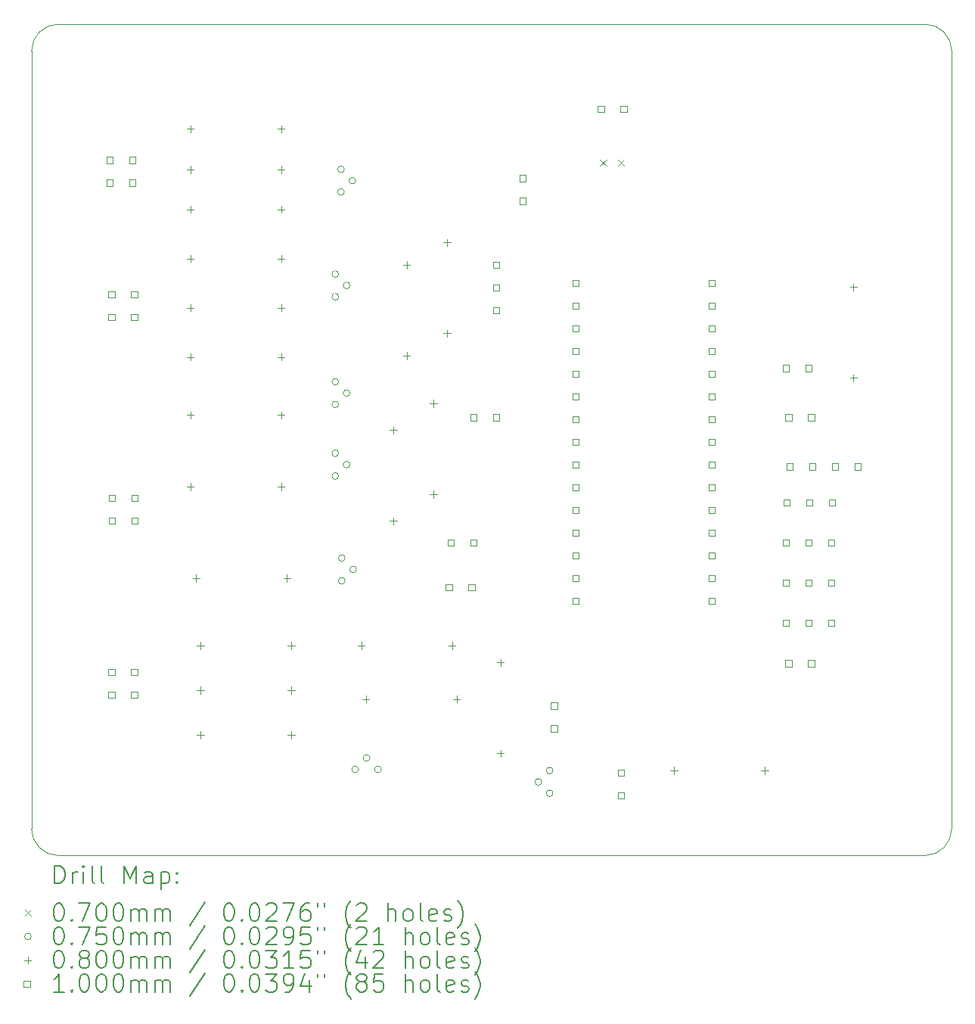
<source format=gbr>
%TF.GenerationSoftware,KiCad,Pcbnew,8.0.6*%
%TF.CreationDate,2024-11-23T21:18:31+01:00*%
%TF.ProjectId,smart home,736d6172-7420-4686-9f6d-652e6b696361,rev?*%
%TF.SameCoordinates,Original*%
%TF.FileFunction,Drillmap*%
%TF.FilePolarity,Positive*%
%FSLAX45Y45*%
G04 Gerber Fmt 4.5, Leading zero omitted, Abs format (unit mm)*
G04 Created by KiCad (PCBNEW 8.0.6) date 2024-11-23 21:18:31*
%MOMM*%
%LPD*%
G01*
G04 APERTURE LIST*
%ADD10C,0.050000*%
%ADD11C,0.200000*%
%ADD12C,0.100000*%
G04 APERTURE END LIST*
D10*
X12050000Y-2000000D02*
G75*
G02*
X12350000Y-2300000I0J-300000D01*
G01*
X12050000Y-11300000D02*
X2350000Y-11300000D01*
X2050000Y-2300000D02*
G75*
G02*
X2350000Y-2000000I300000J0D01*
G01*
X12350000Y-11000000D02*
X12350000Y-2300000D01*
X2350000Y-2000000D02*
X12050000Y-2000000D01*
X2350000Y-11300000D02*
G75*
G02*
X2050000Y-11000000I0J300000D01*
G01*
X2050000Y-2300000D02*
X2050000Y-11000000D01*
X12350000Y-11000000D02*
G75*
G02*
X12050000Y-11300000I-300000J0D01*
G01*
D11*
D12*
X8415000Y-3515000D02*
X8485000Y-3585000D01*
X8485000Y-3515000D02*
X8415000Y-3585000D01*
X8615000Y-3515000D02*
X8685000Y-3585000D01*
X8685000Y-3515000D02*
X8615000Y-3585000D01*
X5487500Y-4796000D02*
G75*
G02*
X5412500Y-4796000I-37500J0D01*
G01*
X5412500Y-4796000D02*
G75*
G02*
X5487500Y-4796000I37500J0D01*
G01*
X5487500Y-5050000D02*
G75*
G02*
X5412500Y-5050000I-37500J0D01*
G01*
X5412500Y-5050000D02*
G75*
G02*
X5487500Y-5050000I37500J0D01*
G01*
X5487500Y-6000000D02*
G75*
G02*
X5412500Y-6000000I-37500J0D01*
G01*
X5412500Y-6000000D02*
G75*
G02*
X5487500Y-6000000I37500J0D01*
G01*
X5487500Y-6254000D02*
G75*
G02*
X5412500Y-6254000I-37500J0D01*
G01*
X5412500Y-6254000D02*
G75*
G02*
X5487500Y-6254000I37500J0D01*
G01*
X5487500Y-6800000D02*
G75*
G02*
X5412500Y-6800000I-37500J0D01*
G01*
X5412500Y-6800000D02*
G75*
G02*
X5487500Y-6800000I37500J0D01*
G01*
X5487500Y-7054000D02*
G75*
G02*
X5412500Y-7054000I-37500J0D01*
G01*
X5412500Y-7054000D02*
G75*
G02*
X5487500Y-7054000I37500J0D01*
G01*
X5551500Y-3623000D02*
G75*
G02*
X5476500Y-3623000I-37500J0D01*
G01*
X5476500Y-3623000D02*
G75*
G02*
X5551500Y-3623000I37500J0D01*
G01*
X5551500Y-3877000D02*
G75*
G02*
X5476500Y-3877000I-37500J0D01*
G01*
X5476500Y-3877000D02*
G75*
G02*
X5551500Y-3877000I37500J0D01*
G01*
X5560500Y-7973000D02*
G75*
G02*
X5485500Y-7973000I-37500J0D01*
G01*
X5485500Y-7973000D02*
G75*
G02*
X5560500Y-7973000I37500J0D01*
G01*
X5560500Y-8227000D02*
G75*
G02*
X5485500Y-8227000I-37500J0D01*
G01*
X5485500Y-8227000D02*
G75*
G02*
X5560500Y-8227000I37500J0D01*
G01*
X5614500Y-4923000D02*
G75*
G02*
X5539500Y-4923000I-37500J0D01*
G01*
X5539500Y-4923000D02*
G75*
G02*
X5614500Y-4923000I37500J0D01*
G01*
X5614500Y-6127000D02*
G75*
G02*
X5539500Y-6127000I-37500J0D01*
G01*
X5539500Y-6127000D02*
G75*
G02*
X5614500Y-6127000I37500J0D01*
G01*
X5614500Y-6927000D02*
G75*
G02*
X5539500Y-6927000I-37500J0D01*
G01*
X5539500Y-6927000D02*
G75*
G02*
X5614500Y-6927000I37500J0D01*
G01*
X5678500Y-3750000D02*
G75*
G02*
X5603500Y-3750000I-37500J0D01*
G01*
X5603500Y-3750000D02*
G75*
G02*
X5678500Y-3750000I37500J0D01*
G01*
X5687500Y-8100000D02*
G75*
G02*
X5612500Y-8100000I-37500J0D01*
G01*
X5612500Y-8100000D02*
G75*
G02*
X5687500Y-8100000I37500J0D01*
G01*
X5710500Y-10336000D02*
G75*
G02*
X5635500Y-10336000I-37500J0D01*
G01*
X5635500Y-10336000D02*
G75*
G02*
X5710500Y-10336000I37500J0D01*
G01*
X5837500Y-10209000D02*
G75*
G02*
X5762500Y-10209000I-37500J0D01*
G01*
X5762500Y-10209000D02*
G75*
G02*
X5837500Y-10209000I37500J0D01*
G01*
X5964500Y-10336000D02*
G75*
G02*
X5889500Y-10336000I-37500J0D01*
G01*
X5889500Y-10336000D02*
G75*
G02*
X5964500Y-10336000I37500J0D01*
G01*
X7760500Y-10477000D02*
G75*
G02*
X7685500Y-10477000I-37500J0D01*
G01*
X7685500Y-10477000D02*
G75*
G02*
X7760500Y-10477000I37500J0D01*
G01*
X7887500Y-10350000D02*
G75*
G02*
X7812500Y-10350000I-37500J0D01*
G01*
X7812500Y-10350000D02*
G75*
G02*
X7887500Y-10350000I37500J0D01*
G01*
X7887500Y-10604000D02*
G75*
G02*
X7812500Y-10604000I-37500J0D01*
G01*
X7812500Y-10604000D02*
G75*
G02*
X7887500Y-10604000I37500J0D01*
G01*
X3828000Y-3133000D02*
X3828000Y-3213000D01*
X3788000Y-3173000D02*
X3868000Y-3173000D01*
X3828000Y-3588000D02*
X3828000Y-3668000D01*
X3788000Y-3628000D02*
X3868000Y-3628000D01*
X3828000Y-4033000D02*
X3828000Y-4113000D01*
X3788000Y-4073000D02*
X3868000Y-4073000D01*
X3828000Y-4583000D02*
X3828000Y-4663000D01*
X3788000Y-4623000D02*
X3868000Y-4623000D01*
X3828000Y-5133000D02*
X3828000Y-5213000D01*
X3788000Y-5173000D02*
X3868000Y-5173000D01*
X3828000Y-5683000D02*
X3828000Y-5763000D01*
X3788000Y-5723000D02*
X3868000Y-5723000D01*
X3828000Y-6333000D02*
X3828000Y-6413000D01*
X3788000Y-6373000D02*
X3868000Y-6373000D01*
X3828000Y-7133000D02*
X3828000Y-7213000D01*
X3788000Y-7173000D02*
X3868000Y-7173000D01*
X3892000Y-8160000D02*
X3892000Y-8240000D01*
X3852000Y-8200000D02*
X3932000Y-8200000D01*
X3942000Y-8910000D02*
X3942000Y-8990000D01*
X3902000Y-8950000D02*
X3982000Y-8950000D01*
X3942000Y-9410000D02*
X3942000Y-9490000D01*
X3902000Y-9450000D02*
X3982000Y-9450000D01*
X3942000Y-9910000D02*
X3942000Y-9990000D01*
X3902000Y-9950000D02*
X3982000Y-9950000D01*
X4844000Y-3133000D02*
X4844000Y-3213000D01*
X4804000Y-3173000D02*
X4884000Y-3173000D01*
X4844000Y-3588000D02*
X4844000Y-3668000D01*
X4804000Y-3628000D02*
X4884000Y-3628000D01*
X4844000Y-4033000D02*
X4844000Y-4113000D01*
X4804000Y-4073000D02*
X4884000Y-4073000D01*
X4844000Y-4583000D02*
X4844000Y-4663000D01*
X4804000Y-4623000D02*
X4884000Y-4623000D01*
X4844000Y-5133000D02*
X4844000Y-5213000D01*
X4804000Y-5173000D02*
X4884000Y-5173000D01*
X4844000Y-5683000D02*
X4844000Y-5763000D01*
X4804000Y-5723000D02*
X4884000Y-5723000D01*
X4844000Y-6333000D02*
X4844000Y-6413000D01*
X4804000Y-6373000D02*
X4884000Y-6373000D01*
X4844000Y-7133000D02*
X4844000Y-7213000D01*
X4804000Y-7173000D02*
X4884000Y-7173000D01*
X4908000Y-8160000D02*
X4908000Y-8240000D01*
X4868000Y-8200000D02*
X4948000Y-8200000D01*
X4958000Y-8910000D02*
X4958000Y-8990000D01*
X4918000Y-8950000D02*
X4998000Y-8950000D01*
X4958000Y-9410000D02*
X4958000Y-9490000D01*
X4918000Y-9450000D02*
X4998000Y-9450000D01*
X4958000Y-9910000D02*
X4958000Y-9990000D01*
X4918000Y-9950000D02*
X4998000Y-9950000D01*
X5742000Y-8910000D02*
X5742000Y-8990000D01*
X5702000Y-8950000D02*
X5782000Y-8950000D01*
X5792000Y-9510000D02*
X5792000Y-9590000D01*
X5752000Y-9550000D02*
X5832000Y-9550000D01*
X6100000Y-6502000D02*
X6100000Y-6582000D01*
X6060000Y-6542000D02*
X6140000Y-6542000D01*
X6100000Y-7518000D02*
X6100000Y-7598000D01*
X6060000Y-7558000D02*
X6140000Y-7558000D01*
X6250000Y-4652000D02*
X6250000Y-4732000D01*
X6210000Y-4692000D02*
X6290000Y-4692000D01*
X6250000Y-5668000D02*
X6250000Y-5748000D01*
X6210000Y-5708000D02*
X6290000Y-5708000D01*
X6550000Y-6202000D02*
X6550000Y-6282000D01*
X6510000Y-6242000D02*
X6590000Y-6242000D01*
X6550000Y-7218000D02*
X6550000Y-7298000D01*
X6510000Y-7258000D02*
X6590000Y-7258000D01*
X6700000Y-4402000D02*
X6700000Y-4482000D01*
X6660000Y-4442000D02*
X6740000Y-4442000D01*
X6700000Y-5418000D02*
X6700000Y-5498000D01*
X6660000Y-5458000D02*
X6740000Y-5458000D01*
X6758000Y-8910000D02*
X6758000Y-8990000D01*
X6718000Y-8950000D02*
X6798000Y-8950000D01*
X6808000Y-9510000D02*
X6808000Y-9590000D01*
X6768000Y-9550000D02*
X6848000Y-9550000D01*
X7300000Y-9102000D02*
X7300000Y-9182000D01*
X7260000Y-9142000D02*
X7340000Y-9142000D01*
X7300000Y-10118000D02*
X7300000Y-10198000D01*
X7260000Y-10158000D02*
X7340000Y-10158000D01*
X9242000Y-10310000D02*
X9242000Y-10390000D01*
X9202000Y-10350000D02*
X9282000Y-10350000D01*
X10258000Y-10310000D02*
X10258000Y-10390000D01*
X10218000Y-10350000D02*
X10298000Y-10350000D01*
X11250000Y-4902000D02*
X11250000Y-4982000D01*
X11210000Y-4942000D02*
X11290000Y-4942000D01*
X11250000Y-5918000D02*
X11250000Y-5998000D01*
X11210000Y-5958000D02*
X11290000Y-5958000D01*
X2960356Y-3556356D02*
X2960356Y-3485644D01*
X2889644Y-3485644D01*
X2889644Y-3556356D01*
X2960356Y-3556356D01*
X2960356Y-3810356D02*
X2960356Y-3739644D01*
X2889644Y-3739644D01*
X2889644Y-3810356D01*
X2960356Y-3810356D01*
X2981356Y-5056356D02*
X2981356Y-4985644D01*
X2910644Y-4985644D01*
X2910644Y-5056356D01*
X2981356Y-5056356D01*
X2981356Y-5310356D02*
X2981356Y-5239644D01*
X2910644Y-5239644D01*
X2910644Y-5310356D01*
X2981356Y-5310356D01*
X2981356Y-9281356D02*
X2981356Y-9210644D01*
X2910644Y-9210644D01*
X2910644Y-9281356D01*
X2981356Y-9281356D01*
X2981356Y-9535356D02*
X2981356Y-9464644D01*
X2910644Y-9464644D01*
X2910644Y-9535356D01*
X2981356Y-9535356D01*
X2985356Y-7335356D02*
X2985356Y-7264644D01*
X2914644Y-7264644D01*
X2914644Y-7335356D01*
X2985356Y-7335356D01*
X2985356Y-7589356D02*
X2985356Y-7518644D01*
X2914644Y-7518644D01*
X2914644Y-7589356D01*
X2985356Y-7589356D01*
X3214356Y-3556356D02*
X3214356Y-3485644D01*
X3143644Y-3485644D01*
X3143644Y-3556356D01*
X3214356Y-3556356D01*
X3214356Y-3810356D02*
X3214356Y-3739644D01*
X3143644Y-3739644D01*
X3143644Y-3810356D01*
X3214356Y-3810356D01*
X3235356Y-5056356D02*
X3235356Y-4985644D01*
X3164644Y-4985644D01*
X3164644Y-5056356D01*
X3235356Y-5056356D01*
X3235356Y-5310356D02*
X3235356Y-5239644D01*
X3164644Y-5239644D01*
X3164644Y-5310356D01*
X3235356Y-5310356D01*
X3235356Y-9281356D02*
X3235356Y-9210644D01*
X3164644Y-9210644D01*
X3164644Y-9281356D01*
X3235356Y-9281356D01*
X3235356Y-9535356D02*
X3235356Y-9464644D01*
X3164644Y-9464644D01*
X3164644Y-9535356D01*
X3235356Y-9535356D01*
X3239356Y-7335356D02*
X3239356Y-7264644D01*
X3168644Y-7264644D01*
X3168644Y-7335356D01*
X3239356Y-7335356D01*
X3239356Y-7589356D02*
X3239356Y-7518644D01*
X3168644Y-7518644D01*
X3168644Y-7589356D01*
X3239356Y-7589356D01*
X6757856Y-8335356D02*
X6757856Y-8264644D01*
X6687144Y-8264644D01*
X6687144Y-8335356D01*
X6757856Y-8335356D01*
X6781356Y-7835356D02*
X6781356Y-7764644D01*
X6710644Y-7764644D01*
X6710644Y-7835356D01*
X6781356Y-7835356D01*
X7011856Y-8335356D02*
X7011856Y-8264644D01*
X6941144Y-8264644D01*
X6941144Y-8335356D01*
X7011856Y-8335356D01*
X7031356Y-6435356D02*
X7031356Y-6364644D01*
X6960644Y-6364644D01*
X6960644Y-6435356D01*
X7031356Y-6435356D01*
X7035356Y-7835356D02*
X7035356Y-7764644D01*
X6964644Y-7764644D01*
X6964644Y-7835356D01*
X7035356Y-7835356D01*
X7285356Y-4729856D02*
X7285356Y-4659144D01*
X7214644Y-4659144D01*
X7214644Y-4729856D01*
X7285356Y-4729856D01*
X7285356Y-4983856D02*
X7285356Y-4913144D01*
X7214644Y-4913144D01*
X7214644Y-4983856D01*
X7285356Y-4983856D01*
X7285356Y-5237856D02*
X7285356Y-5167144D01*
X7214644Y-5167144D01*
X7214644Y-5237856D01*
X7285356Y-5237856D01*
X7285356Y-6435356D02*
X7285356Y-6364644D01*
X7214644Y-6364644D01*
X7214644Y-6435356D01*
X7285356Y-6435356D01*
X7585356Y-3757856D02*
X7585356Y-3687144D01*
X7514644Y-3687144D01*
X7514644Y-3757856D01*
X7585356Y-3757856D01*
X7585356Y-4011856D02*
X7585356Y-3941144D01*
X7514644Y-3941144D01*
X7514644Y-4011856D01*
X7585356Y-4011856D01*
X7935356Y-9658856D02*
X7935356Y-9588144D01*
X7864644Y-9588144D01*
X7864644Y-9658856D01*
X7935356Y-9658856D01*
X7935356Y-9912856D02*
X7935356Y-9842144D01*
X7864644Y-9842144D01*
X7864644Y-9912856D01*
X7935356Y-9912856D01*
X8174356Y-4930356D02*
X8174356Y-4859644D01*
X8103644Y-4859644D01*
X8103644Y-4930356D01*
X8174356Y-4930356D01*
X8174356Y-5184356D02*
X8174356Y-5113644D01*
X8103644Y-5113644D01*
X8103644Y-5184356D01*
X8174356Y-5184356D01*
X8174356Y-5438356D02*
X8174356Y-5367644D01*
X8103644Y-5367644D01*
X8103644Y-5438356D01*
X8174356Y-5438356D01*
X8174356Y-5692356D02*
X8174356Y-5621644D01*
X8103644Y-5621644D01*
X8103644Y-5692356D01*
X8174356Y-5692356D01*
X8174356Y-5946356D02*
X8174356Y-5875644D01*
X8103644Y-5875644D01*
X8103644Y-5946356D01*
X8174356Y-5946356D01*
X8174356Y-6200356D02*
X8174356Y-6129644D01*
X8103644Y-6129644D01*
X8103644Y-6200356D01*
X8174356Y-6200356D01*
X8174356Y-6454356D02*
X8174356Y-6383644D01*
X8103644Y-6383644D01*
X8103644Y-6454356D01*
X8174356Y-6454356D01*
X8174356Y-6708356D02*
X8174356Y-6637644D01*
X8103644Y-6637644D01*
X8103644Y-6708356D01*
X8174356Y-6708356D01*
X8174356Y-6962356D02*
X8174356Y-6891644D01*
X8103644Y-6891644D01*
X8103644Y-6962356D01*
X8174356Y-6962356D01*
X8174356Y-7216356D02*
X8174356Y-7145644D01*
X8103644Y-7145644D01*
X8103644Y-7216356D01*
X8174356Y-7216356D01*
X8174356Y-7470356D02*
X8174356Y-7399644D01*
X8103644Y-7399644D01*
X8103644Y-7470356D01*
X8174356Y-7470356D01*
X8174356Y-7724356D02*
X8174356Y-7653644D01*
X8103644Y-7653644D01*
X8103644Y-7724356D01*
X8174356Y-7724356D01*
X8174356Y-7978356D02*
X8174356Y-7907644D01*
X8103644Y-7907644D01*
X8103644Y-7978356D01*
X8174356Y-7978356D01*
X8174356Y-8232356D02*
X8174356Y-8161644D01*
X8103644Y-8161644D01*
X8103644Y-8232356D01*
X8174356Y-8232356D01*
X8174356Y-8486356D02*
X8174356Y-8415644D01*
X8103644Y-8415644D01*
X8103644Y-8486356D01*
X8174356Y-8486356D01*
X8457856Y-2985356D02*
X8457856Y-2914644D01*
X8387144Y-2914644D01*
X8387144Y-2985356D01*
X8457856Y-2985356D01*
X8685356Y-10407856D02*
X8685356Y-10337144D01*
X8614644Y-10337144D01*
X8614644Y-10407856D01*
X8685356Y-10407856D01*
X8685356Y-10661856D02*
X8685356Y-10591144D01*
X8614644Y-10591144D01*
X8614644Y-10661856D01*
X8685356Y-10661856D01*
X8711856Y-2985356D02*
X8711856Y-2914644D01*
X8641144Y-2914644D01*
X8641144Y-2985356D01*
X8711856Y-2985356D01*
X9698356Y-4930356D02*
X9698356Y-4859644D01*
X9627644Y-4859644D01*
X9627644Y-4930356D01*
X9698356Y-4930356D01*
X9698356Y-5184356D02*
X9698356Y-5113644D01*
X9627644Y-5113644D01*
X9627644Y-5184356D01*
X9698356Y-5184356D01*
X9698356Y-5438356D02*
X9698356Y-5367644D01*
X9627644Y-5367644D01*
X9627644Y-5438356D01*
X9698356Y-5438356D01*
X9698356Y-5692356D02*
X9698356Y-5621644D01*
X9627644Y-5621644D01*
X9627644Y-5692356D01*
X9698356Y-5692356D01*
X9698356Y-5946356D02*
X9698356Y-5875644D01*
X9627644Y-5875644D01*
X9627644Y-5946356D01*
X9698356Y-5946356D01*
X9698356Y-6200356D02*
X9698356Y-6129644D01*
X9627644Y-6129644D01*
X9627644Y-6200356D01*
X9698356Y-6200356D01*
X9698356Y-6454356D02*
X9698356Y-6383644D01*
X9627644Y-6383644D01*
X9627644Y-6454356D01*
X9698356Y-6454356D01*
X9698356Y-6708356D02*
X9698356Y-6637644D01*
X9627644Y-6637644D01*
X9627644Y-6708356D01*
X9698356Y-6708356D01*
X9698356Y-6962356D02*
X9698356Y-6891644D01*
X9627644Y-6891644D01*
X9627644Y-6962356D01*
X9698356Y-6962356D01*
X9698356Y-7216356D02*
X9698356Y-7145644D01*
X9627644Y-7145644D01*
X9627644Y-7216356D01*
X9698356Y-7216356D01*
X9698356Y-7470356D02*
X9698356Y-7399644D01*
X9627644Y-7399644D01*
X9627644Y-7470356D01*
X9698356Y-7470356D01*
X9698356Y-7724356D02*
X9698356Y-7653644D01*
X9627644Y-7653644D01*
X9627644Y-7724356D01*
X9698356Y-7724356D01*
X9698356Y-7978356D02*
X9698356Y-7907644D01*
X9627644Y-7907644D01*
X9627644Y-7978356D01*
X9698356Y-7978356D01*
X9698356Y-8232356D02*
X9698356Y-8161644D01*
X9627644Y-8161644D01*
X9627644Y-8232356D01*
X9698356Y-8232356D01*
X9698356Y-8486356D02*
X9698356Y-8415644D01*
X9627644Y-8415644D01*
X9627644Y-8486356D01*
X9698356Y-8486356D01*
X10529856Y-7835356D02*
X10529856Y-7764644D01*
X10459144Y-7764644D01*
X10459144Y-7835356D01*
X10529856Y-7835356D01*
X10531356Y-5885356D02*
X10531356Y-5814644D01*
X10460644Y-5814644D01*
X10460644Y-5885356D01*
X10531356Y-5885356D01*
X10531356Y-8285356D02*
X10531356Y-8214644D01*
X10460644Y-8214644D01*
X10460644Y-8285356D01*
X10531356Y-8285356D01*
X10531356Y-8735356D02*
X10531356Y-8664644D01*
X10460644Y-8664644D01*
X10460644Y-8735356D01*
X10531356Y-8735356D01*
X10535356Y-7385356D02*
X10535356Y-7314644D01*
X10464644Y-7314644D01*
X10464644Y-7385356D01*
X10535356Y-7385356D01*
X10558856Y-6435356D02*
X10558856Y-6364644D01*
X10488144Y-6364644D01*
X10488144Y-6435356D01*
X10558856Y-6435356D01*
X10558856Y-9185356D02*
X10558856Y-9114644D01*
X10488144Y-9114644D01*
X10488144Y-9185356D01*
X10558856Y-9185356D01*
X10573356Y-6985356D02*
X10573356Y-6914644D01*
X10502644Y-6914644D01*
X10502644Y-6985356D01*
X10573356Y-6985356D01*
X10783856Y-7835356D02*
X10783856Y-7764644D01*
X10713144Y-7764644D01*
X10713144Y-7835356D01*
X10783856Y-7835356D01*
X10785356Y-5885356D02*
X10785356Y-5814644D01*
X10714644Y-5814644D01*
X10714644Y-5885356D01*
X10785356Y-5885356D01*
X10785356Y-8285356D02*
X10785356Y-8214644D01*
X10714644Y-8214644D01*
X10714644Y-8285356D01*
X10785356Y-8285356D01*
X10785356Y-8735356D02*
X10785356Y-8664644D01*
X10714644Y-8664644D01*
X10714644Y-8735356D01*
X10785356Y-8735356D01*
X10789356Y-7385356D02*
X10789356Y-7314644D01*
X10718644Y-7314644D01*
X10718644Y-7385356D01*
X10789356Y-7385356D01*
X10812856Y-6435356D02*
X10812856Y-6364644D01*
X10742144Y-6364644D01*
X10742144Y-6435356D01*
X10812856Y-6435356D01*
X10812856Y-9185356D02*
X10812856Y-9114644D01*
X10742144Y-9114644D01*
X10742144Y-9185356D01*
X10812856Y-9185356D01*
X10827356Y-6985356D02*
X10827356Y-6914644D01*
X10756644Y-6914644D01*
X10756644Y-6985356D01*
X10827356Y-6985356D01*
X11037856Y-7835356D02*
X11037856Y-7764644D01*
X10967144Y-7764644D01*
X10967144Y-7835356D01*
X11037856Y-7835356D01*
X11039356Y-8285356D02*
X11039356Y-8214644D01*
X10968644Y-8214644D01*
X10968644Y-8285356D01*
X11039356Y-8285356D01*
X11039356Y-8735356D02*
X11039356Y-8664644D01*
X10968644Y-8664644D01*
X10968644Y-8735356D01*
X11039356Y-8735356D01*
X11043356Y-7385356D02*
X11043356Y-7314644D01*
X10972644Y-7314644D01*
X10972644Y-7385356D01*
X11043356Y-7385356D01*
X11081356Y-6985356D02*
X11081356Y-6914644D01*
X11010644Y-6914644D01*
X11010644Y-6985356D01*
X11081356Y-6985356D01*
X11335356Y-6985356D02*
X11335356Y-6914644D01*
X11264644Y-6914644D01*
X11264644Y-6985356D01*
X11335356Y-6985356D01*
D11*
X2308277Y-11613984D02*
X2308277Y-11413984D01*
X2308277Y-11413984D02*
X2355896Y-11413984D01*
X2355896Y-11413984D02*
X2384467Y-11423508D01*
X2384467Y-11423508D02*
X2403515Y-11442555D01*
X2403515Y-11442555D02*
X2413039Y-11461603D01*
X2413039Y-11461603D02*
X2422563Y-11499698D01*
X2422563Y-11499698D02*
X2422563Y-11528269D01*
X2422563Y-11528269D02*
X2413039Y-11566365D01*
X2413039Y-11566365D02*
X2403515Y-11585412D01*
X2403515Y-11585412D02*
X2384467Y-11604460D01*
X2384467Y-11604460D02*
X2355896Y-11613984D01*
X2355896Y-11613984D02*
X2308277Y-11613984D01*
X2508277Y-11613984D02*
X2508277Y-11480650D01*
X2508277Y-11518746D02*
X2517801Y-11499698D01*
X2517801Y-11499698D02*
X2527324Y-11490174D01*
X2527324Y-11490174D02*
X2546372Y-11480650D01*
X2546372Y-11480650D02*
X2565420Y-11480650D01*
X2632086Y-11613984D02*
X2632086Y-11480650D01*
X2632086Y-11413984D02*
X2622563Y-11423508D01*
X2622563Y-11423508D02*
X2632086Y-11433031D01*
X2632086Y-11433031D02*
X2641610Y-11423508D01*
X2641610Y-11423508D02*
X2632086Y-11413984D01*
X2632086Y-11413984D02*
X2632086Y-11433031D01*
X2755896Y-11613984D02*
X2736848Y-11604460D01*
X2736848Y-11604460D02*
X2727324Y-11585412D01*
X2727324Y-11585412D02*
X2727324Y-11413984D01*
X2860658Y-11613984D02*
X2841610Y-11604460D01*
X2841610Y-11604460D02*
X2832086Y-11585412D01*
X2832086Y-11585412D02*
X2832086Y-11413984D01*
X3089229Y-11613984D02*
X3089229Y-11413984D01*
X3089229Y-11413984D02*
X3155896Y-11556841D01*
X3155896Y-11556841D02*
X3222562Y-11413984D01*
X3222562Y-11413984D02*
X3222562Y-11613984D01*
X3403515Y-11613984D02*
X3403515Y-11509222D01*
X3403515Y-11509222D02*
X3393991Y-11490174D01*
X3393991Y-11490174D02*
X3374943Y-11480650D01*
X3374943Y-11480650D02*
X3336848Y-11480650D01*
X3336848Y-11480650D02*
X3317801Y-11490174D01*
X3403515Y-11604460D02*
X3384467Y-11613984D01*
X3384467Y-11613984D02*
X3336848Y-11613984D01*
X3336848Y-11613984D02*
X3317801Y-11604460D01*
X3317801Y-11604460D02*
X3308277Y-11585412D01*
X3308277Y-11585412D02*
X3308277Y-11566365D01*
X3308277Y-11566365D02*
X3317801Y-11547317D01*
X3317801Y-11547317D02*
X3336848Y-11537793D01*
X3336848Y-11537793D02*
X3384467Y-11537793D01*
X3384467Y-11537793D02*
X3403515Y-11528269D01*
X3498753Y-11480650D02*
X3498753Y-11680650D01*
X3498753Y-11490174D02*
X3517801Y-11480650D01*
X3517801Y-11480650D02*
X3555896Y-11480650D01*
X3555896Y-11480650D02*
X3574943Y-11490174D01*
X3574943Y-11490174D02*
X3584467Y-11499698D01*
X3584467Y-11499698D02*
X3593991Y-11518746D01*
X3593991Y-11518746D02*
X3593991Y-11575888D01*
X3593991Y-11575888D02*
X3584467Y-11594936D01*
X3584467Y-11594936D02*
X3574943Y-11604460D01*
X3574943Y-11604460D02*
X3555896Y-11613984D01*
X3555896Y-11613984D02*
X3517801Y-11613984D01*
X3517801Y-11613984D02*
X3498753Y-11604460D01*
X3679705Y-11594936D02*
X3689229Y-11604460D01*
X3689229Y-11604460D02*
X3679705Y-11613984D01*
X3679705Y-11613984D02*
X3670182Y-11604460D01*
X3670182Y-11604460D02*
X3679705Y-11594936D01*
X3679705Y-11594936D02*
X3679705Y-11613984D01*
X3679705Y-11490174D02*
X3689229Y-11499698D01*
X3689229Y-11499698D02*
X3679705Y-11509222D01*
X3679705Y-11509222D02*
X3670182Y-11499698D01*
X3670182Y-11499698D02*
X3679705Y-11490174D01*
X3679705Y-11490174D02*
X3679705Y-11509222D01*
D12*
X1977500Y-11907500D02*
X2047500Y-11977500D01*
X2047500Y-11907500D02*
X1977500Y-11977500D01*
D11*
X2346372Y-11833984D02*
X2365420Y-11833984D01*
X2365420Y-11833984D02*
X2384467Y-11843508D01*
X2384467Y-11843508D02*
X2393991Y-11853031D01*
X2393991Y-11853031D02*
X2403515Y-11872079D01*
X2403515Y-11872079D02*
X2413039Y-11910174D01*
X2413039Y-11910174D02*
X2413039Y-11957793D01*
X2413039Y-11957793D02*
X2403515Y-11995888D01*
X2403515Y-11995888D02*
X2393991Y-12014936D01*
X2393991Y-12014936D02*
X2384467Y-12024460D01*
X2384467Y-12024460D02*
X2365420Y-12033984D01*
X2365420Y-12033984D02*
X2346372Y-12033984D01*
X2346372Y-12033984D02*
X2327324Y-12024460D01*
X2327324Y-12024460D02*
X2317801Y-12014936D01*
X2317801Y-12014936D02*
X2308277Y-11995888D01*
X2308277Y-11995888D02*
X2298753Y-11957793D01*
X2298753Y-11957793D02*
X2298753Y-11910174D01*
X2298753Y-11910174D02*
X2308277Y-11872079D01*
X2308277Y-11872079D02*
X2317801Y-11853031D01*
X2317801Y-11853031D02*
X2327324Y-11843508D01*
X2327324Y-11843508D02*
X2346372Y-11833984D01*
X2498753Y-12014936D02*
X2508277Y-12024460D01*
X2508277Y-12024460D02*
X2498753Y-12033984D01*
X2498753Y-12033984D02*
X2489229Y-12024460D01*
X2489229Y-12024460D02*
X2498753Y-12014936D01*
X2498753Y-12014936D02*
X2498753Y-12033984D01*
X2574944Y-11833984D02*
X2708277Y-11833984D01*
X2708277Y-11833984D02*
X2622563Y-12033984D01*
X2822562Y-11833984D02*
X2841610Y-11833984D01*
X2841610Y-11833984D02*
X2860658Y-11843508D01*
X2860658Y-11843508D02*
X2870182Y-11853031D01*
X2870182Y-11853031D02*
X2879705Y-11872079D01*
X2879705Y-11872079D02*
X2889229Y-11910174D01*
X2889229Y-11910174D02*
X2889229Y-11957793D01*
X2889229Y-11957793D02*
X2879705Y-11995888D01*
X2879705Y-11995888D02*
X2870182Y-12014936D01*
X2870182Y-12014936D02*
X2860658Y-12024460D01*
X2860658Y-12024460D02*
X2841610Y-12033984D01*
X2841610Y-12033984D02*
X2822562Y-12033984D01*
X2822562Y-12033984D02*
X2803515Y-12024460D01*
X2803515Y-12024460D02*
X2793991Y-12014936D01*
X2793991Y-12014936D02*
X2784467Y-11995888D01*
X2784467Y-11995888D02*
X2774944Y-11957793D01*
X2774944Y-11957793D02*
X2774944Y-11910174D01*
X2774944Y-11910174D02*
X2784467Y-11872079D01*
X2784467Y-11872079D02*
X2793991Y-11853031D01*
X2793991Y-11853031D02*
X2803515Y-11843508D01*
X2803515Y-11843508D02*
X2822562Y-11833984D01*
X3013039Y-11833984D02*
X3032086Y-11833984D01*
X3032086Y-11833984D02*
X3051134Y-11843508D01*
X3051134Y-11843508D02*
X3060658Y-11853031D01*
X3060658Y-11853031D02*
X3070182Y-11872079D01*
X3070182Y-11872079D02*
X3079705Y-11910174D01*
X3079705Y-11910174D02*
X3079705Y-11957793D01*
X3079705Y-11957793D02*
X3070182Y-11995888D01*
X3070182Y-11995888D02*
X3060658Y-12014936D01*
X3060658Y-12014936D02*
X3051134Y-12024460D01*
X3051134Y-12024460D02*
X3032086Y-12033984D01*
X3032086Y-12033984D02*
X3013039Y-12033984D01*
X3013039Y-12033984D02*
X2993991Y-12024460D01*
X2993991Y-12024460D02*
X2984467Y-12014936D01*
X2984467Y-12014936D02*
X2974943Y-11995888D01*
X2974943Y-11995888D02*
X2965420Y-11957793D01*
X2965420Y-11957793D02*
X2965420Y-11910174D01*
X2965420Y-11910174D02*
X2974943Y-11872079D01*
X2974943Y-11872079D02*
X2984467Y-11853031D01*
X2984467Y-11853031D02*
X2993991Y-11843508D01*
X2993991Y-11843508D02*
X3013039Y-11833984D01*
X3165420Y-12033984D02*
X3165420Y-11900650D01*
X3165420Y-11919698D02*
X3174943Y-11910174D01*
X3174943Y-11910174D02*
X3193991Y-11900650D01*
X3193991Y-11900650D02*
X3222563Y-11900650D01*
X3222563Y-11900650D02*
X3241610Y-11910174D01*
X3241610Y-11910174D02*
X3251134Y-11929222D01*
X3251134Y-11929222D02*
X3251134Y-12033984D01*
X3251134Y-11929222D02*
X3260658Y-11910174D01*
X3260658Y-11910174D02*
X3279705Y-11900650D01*
X3279705Y-11900650D02*
X3308277Y-11900650D01*
X3308277Y-11900650D02*
X3327324Y-11910174D01*
X3327324Y-11910174D02*
X3336848Y-11929222D01*
X3336848Y-11929222D02*
X3336848Y-12033984D01*
X3432086Y-12033984D02*
X3432086Y-11900650D01*
X3432086Y-11919698D02*
X3441610Y-11910174D01*
X3441610Y-11910174D02*
X3460658Y-11900650D01*
X3460658Y-11900650D02*
X3489229Y-11900650D01*
X3489229Y-11900650D02*
X3508277Y-11910174D01*
X3508277Y-11910174D02*
X3517801Y-11929222D01*
X3517801Y-11929222D02*
X3517801Y-12033984D01*
X3517801Y-11929222D02*
X3527324Y-11910174D01*
X3527324Y-11910174D02*
X3546372Y-11900650D01*
X3546372Y-11900650D02*
X3574943Y-11900650D01*
X3574943Y-11900650D02*
X3593991Y-11910174D01*
X3593991Y-11910174D02*
X3603515Y-11929222D01*
X3603515Y-11929222D02*
X3603515Y-12033984D01*
X3993991Y-11824460D02*
X3822563Y-12081603D01*
X4251134Y-11833984D02*
X4270182Y-11833984D01*
X4270182Y-11833984D02*
X4289229Y-11843508D01*
X4289229Y-11843508D02*
X4298753Y-11853031D01*
X4298753Y-11853031D02*
X4308277Y-11872079D01*
X4308277Y-11872079D02*
X4317801Y-11910174D01*
X4317801Y-11910174D02*
X4317801Y-11957793D01*
X4317801Y-11957793D02*
X4308277Y-11995888D01*
X4308277Y-11995888D02*
X4298753Y-12014936D01*
X4298753Y-12014936D02*
X4289229Y-12024460D01*
X4289229Y-12024460D02*
X4270182Y-12033984D01*
X4270182Y-12033984D02*
X4251134Y-12033984D01*
X4251134Y-12033984D02*
X4232087Y-12024460D01*
X4232087Y-12024460D02*
X4222563Y-12014936D01*
X4222563Y-12014936D02*
X4213039Y-11995888D01*
X4213039Y-11995888D02*
X4203515Y-11957793D01*
X4203515Y-11957793D02*
X4203515Y-11910174D01*
X4203515Y-11910174D02*
X4213039Y-11872079D01*
X4213039Y-11872079D02*
X4222563Y-11853031D01*
X4222563Y-11853031D02*
X4232087Y-11843508D01*
X4232087Y-11843508D02*
X4251134Y-11833984D01*
X4403515Y-12014936D02*
X4413039Y-12024460D01*
X4413039Y-12024460D02*
X4403515Y-12033984D01*
X4403515Y-12033984D02*
X4393991Y-12024460D01*
X4393991Y-12024460D02*
X4403515Y-12014936D01*
X4403515Y-12014936D02*
X4403515Y-12033984D01*
X4536848Y-11833984D02*
X4555896Y-11833984D01*
X4555896Y-11833984D02*
X4574944Y-11843508D01*
X4574944Y-11843508D02*
X4584468Y-11853031D01*
X4584468Y-11853031D02*
X4593991Y-11872079D01*
X4593991Y-11872079D02*
X4603515Y-11910174D01*
X4603515Y-11910174D02*
X4603515Y-11957793D01*
X4603515Y-11957793D02*
X4593991Y-11995888D01*
X4593991Y-11995888D02*
X4584468Y-12014936D01*
X4584468Y-12014936D02*
X4574944Y-12024460D01*
X4574944Y-12024460D02*
X4555896Y-12033984D01*
X4555896Y-12033984D02*
X4536848Y-12033984D01*
X4536848Y-12033984D02*
X4517801Y-12024460D01*
X4517801Y-12024460D02*
X4508277Y-12014936D01*
X4508277Y-12014936D02*
X4498753Y-11995888D01*
X4498753Y-11995888D02*
X4489229Y-11957793D01*
X4489229Y-11957793D02*
X4489229Y-11910174D01*
X4489229Y-11910174D02*
X4498753Y-11872079D01*
X4498753Y-11872079D02*
X4508277Y-11853031D01*
X4508277Y-11853031D02*
X4517801Y-11843508D01*
X4517801Y-11843508D02*
X4536848Y-11833984D01*
X4679706Y-11853031D02*
X4689229Y-11843508D01*
X4689229Y-11843508D02*
X4708277Y-11833984D01*
X4708277Y-11833984D02*
X4755896Y-11833984D01*
X4755896Y-11833984D02*
X4774944Y-11843508D01*
X4774944Y-11843508D02*
X4784468Y-11853031D01*
X4784468Y-11853031D02*
X4793991Y-11872079D01*
X4793991Y-11872079D02*
X4793991Y-11891127D01*
X4793991Y-11891127D02*
X4784468Y-11919698D01*
X4784468Y-11919698D02*
X4670182Y-12033984D01*
X4670182Y-12033984D02*
X4793991Y-12033984D01*
X4860658Y-11833984D02*
X4993991Y-11833984D01*
X4993991Y-11833984D02*
X4908277Y-12033984D01*
X5155896Y-11833984D02*
X5117801Y-11833984D01*
X5117801Y-11833984D02*
X5098753Y-11843508D01*
X5098753Y-11843508D02*
X5089229Y-11853031D01*
X5089229Y-11853031D02*
X5070182Y-11881603D01*
X5070182Y-11881603D02*
X5060658Y-11919698D01*
X5060658Y-11919698D02*
X5060658Y-11995888D01*
X5060658Y-11995888D02*
X5070182Y-12014936D01*
X5070182Y-12014936D02*
X5079706Y-12024460D01*
X5079706Y-12024460D02*
X5098753Y-12033984D01*
X5098753Y-12033984D02*
X5136849Y-12033984D01*
X5136849Y-12033984D02*
X5155896Y-12024460D01*
X5155896Y-12024460D02*
X5165420Y-12014936D01*
X5165420Y-12014936D02*
X5174944Y-11995888D01*
X5174944Y-11995888D02*
X5174944Y-11948269D01*
X5174944Y-11948269D02*
X5165420Y-11929222D01*
X5165420Y-11929222D02*
X5155896Y-11919698D01*
X5155896Y-11919698D02*
X5136849Y-11910174D01*
X5136849Y-11910174D02*
X5098753Y-11910174D01*
X5098753Y-11910174D02*
X5079706Y-11919698D01*
X5079706Y-11919698D02*
X5070182Y-11929222D01*
X5070182Y-11929222D02*
X5060658Y-11948269D01*
X5251134Y-11833984D02*
X5251134Y-11872079D01*
X5327325Y-11833984D02*
X5327325Y-11872079D01*
X5622563Y-12110174D02*
X5613039Y-12100650D01*
X5613039Y-12100650D02*
X5593991Y-12072079D01*
X5593991Y-12072079D02*
X5584468Y-12053031D01*
X5584468Y-12053031D02*
X5574944Y-12024460D01*
X5574944Y-12024460D02*
X5565420Y-11976841D01*
X5565420Y-11976841D02*
X5565420Y-11938746D01*
X5565420Y-11938746D02*
X5574944Y-11891127D01*
X5574944Y-11891127D02*
X5584468Y-11862555D01*
X5584468Y-11862555D02*
X5593991Y-11843508D01*
X5593991Y-11843508D02*
X5613039Y-11814936D01*
X5613039Y-11814936D02*
X5622563Y-11805412D01*
X5689229Y-11853031D02*
X5698753Y-11843508D01*
X5698753Y-11843508D02*
X5717801Y-11833984D01*
X5717801Y-11833984D02*
X5765420Y-11833984D01*
X5765420Y-11833984D02*
X5784468Y-11843508D01*
X5784468Y-11843508D02*
X5793991Y-11853031D01*
X5793991Y-11853031D02*
X5803515Y-11872079D01*
X5803515Y-11872079D02*
X5803515Y-11891127D01*
X5803515Y-11891127D02*
X5793991Y-11919698D01*
X5793991Y-11919698D02*
X5679706Y-12033984D01*
X5679706Y-12033984D02*
X5803515Y-12033984D01*
X6041610Y-12033984D02*
X6041610Y-11833984D01*
X6127325Y-12033984D02*
X6127325Y-11929222D01*
X6127325Y-11929222D02*
X6117801Y-11910174D01*
X6117801Y-11910174D02*
X6098753Y-11900650D01*
X6098753Y-11900650D02*
X6070182Y-11900650D01*
X6070182Y-11900650D02*
X6051134Y-11910174D01*
X6051134Y-11910174D02*
X6041610Y-11919698D01*
X6251134Y-12033984D02*
X6232087Y-12024460D01*
X6232087Y-12024460D02*
X6222563Y-12014936D01*
X6222563Y-12014936D02*
X6213039Y-11995888D01*
X6213039Y-11995888D02*
X6213039Y-11938746D01*
X6213039Y-11938746D02*
X6222563Y-11919698D01*
X6222563Y-11919698D02*
X6232087Y-11910174D01*
X6232087Y-11910174D02*
X6251134Y-11900650D01*
X6251134Y-11900650D02*
X6279706Y-11900650D01*
X6279706Y-11900650D02*
X6298753Y-11910174D01*
X6298753Y-11910174D02*
X6308277Y-11919698D01*
X6308277Y-11919698D02*
X6317801Y-11938746D01*
X6317801Y-11938746D02*
X6317801Y-11995888D01*
X6317801Y-11995888D02*
X6308277Y-12014936D01*
X6308277Y-12014936D02*
X6298753Y-12024460D01*
X6298753Y-12024460D02*
X6279706Y-12033984D01*
X6279706Y-12033984D02*
X6251134Y-12033984D01*
X6432087Y-12033984D02*
X6413039Y-12024460D01*
X6413039Y-12024460D02*
X6403515Y-12005412D01*
X6403515Y-12005412D02*
X6403515Y-11833984D01*
X6584468Y-12024460D02*
X6565420Y-12033984D01*
X6565420Y-12033984D02*
X6527325Y-12033984D01*
X6527325Y-12033984D02*
X6508277Y-12024460D01*
X6508277Y-12024460D02*
X6498753Y-12005412D01*
X6498753Y-12005412D02*
X6498753Y-11929222D01*
X6498753Y-11929222D02*
X6508277Y-11910174D01*
X6508277Y-11910174D02*
X6527325Y-11900650D01*
X6527325Y-11900650D02*
X6565420Y-11900650D01*
X6565420Y-11900650D02*
X6584468Y-11910174D01*
X6584468Y-11910174D02*
X6593991Y-11929222D01*
X6593991Y-11929222D02*
X6593991Y-11948269D01*
X6593991Y-11948269D02*
X6498753Y-11967317D01*
X6670182Y-12024460D02*
X6689230Y-12033984D01*
X6689230Y-12033984D02*
X6727325Y-12033984D01*
X6727325Y-12033984D02*
X6746372Y-12024460D01*
X6746372Y-12024460D02*
X6755896Y-12005412D01*
X6755896Y-12005412D02*
X6755896Y-11995888D01*
X6755896Y-11995888D02*
X6746372Y-11976841D01*
X6746372Y-11976841D02*
X6727325Y-11967317D01*
X6727325Y-11967317D02*
X6698753Y-11967317D01*
X6698753Y-11967317D02*
X6679706Y-11957793D01*
X6679706Y-11957793D02*
X6670182Y-11938746D01*
X6670182Y-11938746D02*
X6670182Y-11929222D01*
X6670182Y-11929222D02*
X6679706Y-11910174D01*
X6679706Y-11910174D02*
X6698753Y-11900650D01*
X6698753Y-11900650D02*
X6727325Y-11900650D01*
X6727325Y-11900650D02*
X6746372Y-11910174D01*
X6822563Y-12110174D02*
X6832087Y-12100650D01*
X6832087Y-12100650D02*
X6851134Y-12072079D01*
X6851134Y-12072079D02*
X6860658Y-12053031D01*
X6860658Y-12053031D02*
X6870182Y-12024460D01*
X6870182Y-12024460D02*
X6879706Y-11976841D01*
X6879706Y-11976841D02*
X6879706Y-11938746D01*
X6879706Y-11938746D02*
X6870182Y-11891127D01*
X6870182Y-11891127D02*
X6860658Y-11862555D01*
X6860658Y-11862555D02*
X6851134Y-11843508D01*
X6851134Y-11843508D02*
X6832087Y-11814936D01*
X6832087Y-11814936D02*
X6822563Y-11805412D01*
D12*
X2047500Y-12206500D02*
G75*
G02*
X1972500Y-12206500I-37500J0D01*
G01*
X1972500Y-12206500D02*
G75*
G02*
X2047500Y-12206500I37500J0D01*
G01*
D11*
X2346372Y-12097984D02*
X2365420Y-12097984D01*
X2365420Y-12097984D02*
X2384467Y-12107508D01*
X2384467Y-12107508D02*
X2393991Y-12117031D01*
X2393991Y-12117031D02*
X2403515Y-12136079D01*
X2403515Y-12136079D02*
X2413039Y-12174174D01*
X2413039Y-12174174D02*
X2413039Y-12221793D01*
X2413039Y-12221793D02*
X2403515Y-12259888D01*
X2403515Y-12259888D02*
X2393991Y-12278936D01*
X2393991Y-12278936D02*
X2384467Y-12288460D01*
X2384467Y-12288460D02*
X2365420Y-12297984D01*
X2365420Y-12297984D02*
X2346372Y-12297984D01*
X2346372Y-12297984D02*
X2327324Y-12288460D01*
X2327324Y-12288460D02*
X2317801Y-12278936D01*
X2317801Y-12278936D02*
X2308277Y-12259888D01*
X2308277Y-12259888D02*
X2298753Y-12221793D01*
X2298753Y-12221793D02*
X2298753Y-12174174D01*
X2298753Y-12174174D02*
X2308277Y-12136079D01*
X2308277Y-12136079D02*
X2317801Y-12117031D01*
X2317801Y-12117031D02*
X2327324Y-12107508D01*
X2327324Y-12107508D02*
X2346372Y-12097984D01*
X2498753Y-12278936D02*
X2508277Y-12288460D01*
X2508277Y-12288460D02*
X2498753Y-12297984D01*
X2498753Y-12297984D02*
X2489229Y-12288460D01*
X2489229Y-12288460D02*
X2498753Y-12278936D01*
X2498753Y-12278936D02*
X2498753Y-12297984D01*
X2574944Y-12097984D02*
X2708277Y-12097984D01*
X2708277Y-12097984D02*
X2622563Y-12297984D01*
X2879705Y-12097984D02*
X2784467Y-12097984D01*
X2784467Y-12097984D02*
X2774944Y-12193222D01*
X2774944Y-12193222D02*
X2784467Y-12183698D01*
X2784467Y-12183698D02*
X2803515Y-12174174D01*
X2803515Y-12174174D02*
X2851134Y-12174174D01*
X2851134Y-12174174D02*
X2870182Y-12183698D01*
X2870182Y-12183698D02*
X2879705Y-12193222D01*
X2879705Y-12193222D02*
X2889229Y-12212269D01*
X2889229Y-12212269D02*
X2889229Y-12259888D01*
X2889229Y-12259888D02*
X2879705Y-12278936D01*
X2879705Y-12278936D02*
X2870182Y-12288460D01*
X2870182Y-12288460D02*
X2851134Y-12297984D01*
X2851134Y-12297984D02*
X2803515Y-12297984D01*
X2803515Y-12297984D02*
X2784467Y-12288460D01*
X2784467Y-12288460D02*
X2774944Y-12278936D01*
X3013039Y-12097984D02*
X3032086Y-12097984D01*
X3032086Y-12097984D02*
X3051134Y-12107508D01*
X3051134Y-12107508D02*
X3060658Y-12117031D01*
X3060658Y-12117031D02*
X3070182Y-12136079D01*
X3070182Y-12136079D02*
X3079705Y-12174174D01*
X3079705Y-12174174D02*
X3079705Y-12221793D01*
X3079705Y-12221793D02*
X3070182Y-12259888D01*
X3070182Y-12259888D02*
X3060658Y-12278936D01*
X3060658Y-12278936D02*
X3051134Y-12288460D01*
X3051134Y-12288460D02*
X3032086Y-12297984D01*
X3032086Y-12297984D02*
X3013039Y-12297984D01*
X3013039Y-12297984D02*
X2993991Y-12288460D01*
X2993991Y-12288460D02*
X2984467Y-12278936D01*
X2984467Y-12278936D02*
X2974943Y-12259888D01*
X2974943Y-12259888D02*
X2965420Y-12221793D01*
X2965420Y-12221793D02*
X2965420Y-12174174D01*
X2965420Y-12174174D02*
X2974943Y-12136079D01*
X2974943Y-12136079D02*
X2984467Y-12117031D01*
X2984467Y-12117031D02*
X2993991Y-12107508D01*
X2993991Y-12107508D02*
X3013039Y-12097984D01*
X3165420Y-12297984D02*
X3165420Y-12164650D01*
X3165420Y-12183698D02*
X3174943Y-12174174D01*
X3174943Y-12174174D02*
X3193991Y-12164650D01*
X3193991Y-12164650D02*
X3222563Y-12164650D01*
X3222563Y-12164650D02*
X3241610Y-12174174D01*
X3241610Y-12174174D02*
X3251134Y-12193222D01*
X3251134Y-12193222D02*
X3251134Y-12297984D01*
X3251134Y-12193222D02*
X3260658Y-12174174D01*
X3260658Y-12174174D02*
X3279705Y-12164650D01*
X3279705Y-12164650D02*
X3308277Y-12164650D01*
X3308277Y-12164650D02*
X3327324Y-12174174D01*
X3327324Y-12174174D02*
X3336848Y-12193222D01*
X3336848Y-12193222D02*
X3336848Y-12297984D01*
X3432086Y-12297984D02*
X3432086Y-12164650D01*
X3432086Y-12183698D02*
X3441610Y-12174174D01*
X3441610Y-12174174D02*
X3460658Y-12164650D01*
X3460658Y-12164650D02*
X3489229Y-12164650D01*
X3489229Y-12164650D02*
X3508277Y-12174174D01*
X3508277Y-12174174D02*
X3517801Y-12193222D01*
X3517801Y-12193222D02*
X3517801Y-12297984D01*
X3517801Y-12193222D02*
X3527324Y-12174174D01*
X3527324Y-12174174D02*
X3546372Y-12164650D01*
X3546372Y-12164650D02*
X3574943Y-12164650D01*
X3574943Y-12164650D02*
X3593991Y-12174174D01*
X3593991Y-12174174D02*
X3603515Y-12193222D01*
X3603515Y-12193222D02*
X3603515Y-12297984D01*
X3993991Y-12088460D02*
X3822563Y-12345603D01*
X4251134Y-12097984D02*
X4270182Y-12097984D01*
X4270182Y-12097984D02*
X4289229Y-12107508D01*
X4289229Y-12107508D02*
X4298753Y-12117031D01*
X4298753Y-12117031D02*
X4308277Y-12136079D01*
X4308277Y-12136079D02*
X4317801Y-12174174D01*
X4317801Y-12174174D02*
X4317801Y-12221793D01*
X4317801Y-12221793D02*
X4308277Y-12259888D01*
X4308277Y-12259888D02*
X4298753Y-12278936D01*
X4298753Y-12278936D02*
X4289229Y-12288460D01*
X4289229Y-12288460D02*
X4270182Y-12297984D01*
X4270182Y-12297984D02*
X4251134Y-12297984D01*
X4251134Y-12297984D02*
X4232087Y-12288460D01*
X4232087Y-12288460D02*
X4222563Y-12278936D01*
X4222563Y-12278936D02*
X4213039Y-12259888D01*
X4213039Y-12259888D02*
X4203515Y-12221793D01*
X4203515Y-12221793D02*
X4203515Y-12174174D01*
X4203515Y-12174174D02*
X4213039Y-12136079D01*
X4213039Y-12136079D02*
X4222563Y-12117031D01*
X4222563Y-12117031D02*
X4232087Y-12107508D01*
X4232087Y-12107508D02*
X4251134Y-12097984D01*
X4403515Y-12278936D02*
X4413039Y-12288460D01*
X4413039Y-12288460D02*
X4403515Y-12297984D01*
X4403515Y-12297984D02*
X4393991Y-12288460D01*
X4393991Y-12288460D02*
X4403515Y-12278936D01*
X4403515Y-12278936D02*
X4403515Y-12297984D01*
X4536848Y-12097984D02*
X4555896Y-12097984D01*
X4555896Y-12097984D02*
X4574944Y-12107508D01*
X4574944Y-12107508D02*
X4584468Y-12117031D01*
X4584468Y-12117031D02*
X4593991Y-12136079D01*
X4593991Y-12136079D02*
X4603515Y-12174174D01*
X4603515Y-12174174D02*
X4603515Y-12221793D01*
X4603515Y-12221793D02*
X4593991Y-12259888D01*
X4593991Y-12259888D02*
X4584468Y-12278936D01*
X4584468Y-12278936D02*
X4574944Y-12288460D01*
X4574944Y-12288460D02*
X4555896Y-12297984D01*
X4555896Y-12297984D02*
X4536848Y-12297984D01*
X4536848Y-12297984D02*
X4517801Y-12288460D01*
X4517801Y-12288460D02*
X4508277Y-12278936D01*
X4508277Y-12278936D02*
X4498753Y-12259888D01*
X4498753Y-12259888D02*
X4489229Y-12221793D01*
X4489229Y-12221793D02*
X4489229Y-12174174D01*
X4489229Y-12174174D02*
X4498753Y-12136079D01*
X4498753Y-12136079D02*
X4508277Y-12117031D01*
X4508277Y-12117031D02*
X4517801Y-12107508D01*
X4517801Y-12107508D02*
X4536848Y-12097984D01*
X4679706Y-12117031D02*
X4689229Y-12107508D01*
X4689229Y-12107508D02*
X4708277Y-12097984D01*
X4708277Y-12097984D02*
X4755896Y-12097984D01*
X4755896Y-12097984D02*
X4774944Y-12107508D01*
X4774944Y-12107508D02*
X4784468Y-12117031D01*
X4784468Y-12117031D02*
X4793991Y-12136079D01*
X4793991Y-12136079D02*
X4793991Y-12155127D01*
X4793991Y-12155127D02*
X4784468Y-12183698D01*
X4784468Y-12183698D02*
X4670182Y-12297984D01*
X4670182Y-12297984D02*
X4793991Y-12297984D01*
X4889229Y-12297984D02*
X4927325Y-12297984D01*
X4927325Y-12297984D02*
X4946372Y-12288460D01*
X4946372Y-12288460D02*
X4955896Y-12278936D01*
X4955896Y-12278936D02*
X4974944Y-12250365D01*
X4974944Y-12250365D02*
X4984468Y-12212269D01*
X4984468Y-12212269D02*
X4984468Y-12136079D01*
X4984468Y-12136079D02*
X4974944Y-12117031D01*
X4974944Y-12117031D02*
X4965420Y-12107508D01*
X4965420Y-12107508D02*
X4946372Y-12097984D01*
X4946372Y-12097984D02*
X4908277Y-12097984D01*
X4908277Y-12097984D02*
X4889229Y-12107508D01*
X4889229Y-12107508D02*
X4879706Y-12117031D01*
X4879706Y-12117031D02*
X4870182Y-12136079D01*
X4870182Y-12136079D02*
X4870182Y-12183698D01*
X4870182Y-12183698D02*
X4879706Y-12202746D01*
X4879706Y-12202746D02*
X4889229Y-12212269D01*
X4889229Y-12212269D02*
X4908277Y-12221793D01*
X4908277Y-12221793D02*
X4946372Y-12221793D01*
X4946372Y-12221793D02*
X4965420Y-12212269D01*
X4965420Y-12212269D02*
X4974944Y-12202746D01*
X4974944Y-12202746D02*
X4984468Y-12183698D01*
X5165420Y-12097984D02*
X5070182Y-12097984D01*
X5070182Y-12097984D02*
X5060658Y-12193222D01*
X5060658Y-12193222D02*
X5070182Y-12183698D01*
X5070182Y-12183698D02*
X5089229Y-12174174D01*
X5089229Y-12174174D02*
X5136849Y-12174174D01*
X5136849Y-12174174D02*
X5155896Y-12183698D01*
X5155896Y-12183698D02*
X5165420Y-12193222D01*
X5165420Y-12193222D02*
X5174944Y-12212269D01*
X5174944Y-12212269D02*
X5174944Y-12259888D01*
X5174944Y-12259888D02*
X5165420Y-12278936D01*
X5165420Y-12278936D02*
X5155896Y-12288460D01*
X5155896Y-12288460D02*
X5136849Y-12297984D01*
X5136849Y-12297984D02*
X5089229Y-12297984D01*
X5089229Y-12297984D02*
X5070182Y-12288460D01*
X5070182Y-12288460D02*
X5060658Y-12278936D01*
X5251134Y-12097984D02*
X5251134Y-12136079D01*
X5327325Y-12097984D02*
X5327325Y-12136079D01*
X5622563Y-12374174D02*
X5613039Y-12364650D01*
X5613039Y-12364650D02*
X5593991Y-12336079D01*
X5593991Y-12336079D02*
X5584468Y-12317031D01*
X5584468Y-12317031D02*
X5574944Y-12288460D01*
X5574944Y-12288460D02*
X5565420Y-12240841D01*
X5565420Y-12240841D02*
X5565420Y-12202746D01*
X5565420Y-12202746D02*
X5574944Y-12155127D01*
X5574944Y-12155127D02*
X5584468Y-12126555D01*
X5584468Y-12126555D02*
X5593991Y-12107508D01*
X5593991Y-12107508D02*
X5613039Y-12078936D01*
X5613039Y-12078936D02*
X5622563Y-12069412D01*
X5689229Y-12117031D02*
X5698753Y-12107508D01*
X5698753Y-12107508D02*
X5717801Y-12097984D01*
X5717801Y-12097984D02*
X5765420Y-12097984D01*
X5765420Y-12097984D02*
X5784468Y-12107508D01*
X5784468Y-12107508D02*
X5793991Y-12117031D01*
X5793991Y-12117031D02*
X5803515Y-12136079D01*
X5803515Y-12136079D02*
X5803515Y-12155127D01*
X5803515Y-12155127D02*
X5793991Y-12183698D01*
X5793991Y-12183698D02*
X5679706Y-12297984D01*
X5679706Y-12297984D02*
X5803515Y-12297984D01*
X5993991Y-12297984D02*
X5879706Y-12297984D01*
X5936848Y-12297984D02*
X5936848Y-12097984D01*
X5936848Y-12097984D02*
X5917801Y-12126555D01*
X5917801Y-12126555D02*
X5898753Y-12145603D01*
X5898753Y-12145603D02*
X5879706Y-12155127D01*
X6232087Y-12297984D02*
X6232087Y-12097984D01*
X6317801Y-12297984D02*
X6317801Y-12193222D01*
X6317801Y-12193222D02*
X6308277Y-12174174D01*
X6308277Y-12174174D02*
X6289230Y-12164650D01*
X6289230Y-12164650D02*
X6260658Y-12164650D01*
X6260658Y-12164650D02*
X6241610Y-12174174D01*
X6241610Y-12174174D02*
X6232087Y-12183698D01*
X6441610Y-12297984D02*
X6422563Y-12288460D01*
X6422563Y-12288460D02*
X6413039Y-12278936D01*
X6413039Y-12278936D02*
X6403515Y-12259888D01*
X6403515Y-12259888D02*
X6403515Y-12202746D01*
X6403515Y-12202746D02*
X6413039Y-12183698D01*
X6413039Y-12183698D02*
X6422563Y-12174174D01*
X6422563Y-12174174D02*
X6441610Y-12164650D01*
X6441610Y-12164650D02*
X6470182Y-12164650D01*
X6470182Y-12164650D02*
X6489230Y-12174174D01*
X6489230Y-12174174D02*
X6498753Y-12183698D01*
X6498753Y-12183698D02*
X6508277Y-12202746D01*
X6508277Y-12202746D02*
X6508277Y-12259888D01*
X6508277Y-12259888D02*
X6498753Y-12278936D01*
X6498753Y-12278936D02*
X6489230Y-12288460D01*
X6489230Y-12288460D02*
X6470182Y-12297984D01*
X6470182Y-12297984D02*
X6441610Y-12297984D01*
X6622563Y-12297984D02*
X6603515Y-12288460D01*
X6603515Y-12288460D02*
X6593991Y-12269412D01*
X6593991Y-12269412D02*
X6593991Y-12097984D01*
X6774944Y-12288460D02*
X6755896Y-12297984D01*
X6755896Y-12297984D02*
X6717801Y-12297984D01*
X6717801Y-12297984D02*
X6698753Y-12288460D01*
X6698753Y-12288460D02*
X6689230Y-12269412D01*
X6689230Y-12269412D02*
X6689230Y-12193222D01*
X6689230Y-12193222D02*
X6698753Y-12174174D01*
X6698753Y-12174174D02*
X6717801Y-12164650D01*
X6717801Y-12164650D02*
X6755896Y-12164650D01*
X6755896Y-12164650D02*
X6774944Y-12174174D01*
X6774944Y-12174174D02*
X6784468Y-12193222D01*
X6784468Y-12193222D02*
X6784468Y-12212269D01*
X6784468Y-12212269D02*
X6689230Y-12231317D01*
X6860658Y-12288460D02*
X6879706Y-12297984D01*
X6879706Y-12297984D02*
X6917801Y-12297984D01*
X6917801Y-12297984D02*
X6936849Y-12288460D01*
X6936849Y-12288460D02*
X6946372Y-12269412D01*
X6946372Y-12269412D02*
X6946372Y-12259888D01*
X6946372Y-12259888D02*
X6936849Y-12240841D01*
X6936849Y-12240841D02*
X6917801Y-12231317D01*
X6917801Y-12231317D02*
X6889230Y-12231317D01*
X6889230Y-12231317D02*
X6870182Y-12221793D01*
X6870182Y-12221793D02*
X6860658Y-12202746D01*
X6860658Y-12202746D02*
X6860658Y-12193222D01*
X6860658Y-12193222D02*
X6870182Y-12174174D01*
X6870182Y-12174174D02*
X6889230Y-12164650D01*
X6889230Y-12164650D02*
X6917801Y-12164650D01*
X6917801Y-12164650D02*
X6936849Y-12174174D01*
X7013039Y-12374174D02*
X7022563Y-12364650D01*
X7022563Y-12364650D02*
X7041611Y-12336079D01*
X7041611Y-12336079D02*
X7051134Y-12317031D01*
X7051134Y-12317031D02*
X7060658Y-12288460D01*
X7060658Y-12288460D02*
X7070182Y-12240841D01*
X7070182Y-12240841D02*
X7070182Y-12202746D01*
X7070182Y-12202746D02*
X7060658Y-12155127D01*
X7060658Y-12155127D02*
X7051134Y-12126555D01*
X7051134Y-12126555D02*
X7041611Y-12107508D01*
X7041611Y-12107508D02*
X7022563Y-12078936D01*
X7022563Y-12078936D02*
X7013039Y-12069412D01*
D12*
X2007500Y-12430500D02*
X2007500Y-12510500D01*
X1967500Y-12470500D02*
X2047500Y-12470500D01*
D11*
X2346372Y-12361984D02*
X2365420Y-12361984D01*
X2365420Y-12361984D02*
X2384467Y-12371508D01*
X2384467Y-12371508D02*
X2393991Y-12381031D01*
X2393991Y-12381031D02*
X2403515Y-12400079D01*
X2403515Y-12400079D02*
X2413039Y-12438174D01*
X2413039Y-12438174D02*
X2413039Y-12485793D01*
X2413039Y-12485793D02*
X2403515Y-12523888D01*
X2403515Y-12523888D02*
X2393991Y-12542936D01*
X2393991Y-12542936D02*
X2384467Y-12552460D01*
X2384467Y-12552460D02*
X2365420Y-12561984D01*
X2365420Y-12561984D02*
X2346372Y-12561984D01*
X2346372Y-12561984D02*
X2327324Y-12552460D01*
X2327324Y-12552460D02*
X2317801Y-12542936D01*
X2317801Y-12542936D02*
X2308277Y-12523888D01*
X2308277Y-12523888D02*
X2298753Y-12485793D01*
X2298753Y-12485793D02*
X2298753Y-12438174D01*
X2298753Y-12438174D02*
X2308277Y-12400079D01*
X2308277Y-12400079D02*
X2317801Y-12381031D01*
X2317801Y-12381031D02*
X2327324Y-12371508D01*
X2327324Y-12371508D02*
X2346372Y-12361984D01*
X2498753Y-12542936D02*
X2508277Y-12552460D01*
X2508277Y-12552460D02*
X2498753Y-12561984D01*
X2498753Y-12561984D02*
X2489229Y-12552460D01*
X2489229Y-12552460D02*
X2498753Y-12542936D01*
X2498753Y-12542936D02*
X2498753Y-12561984D01*
X2622563Y-12447698D02*
X2603515Y-12438174D01*
X2603515Y-12438174D02*
X2593991Y-12428650D01*
X2593991Y-12428650D02*
X2584467Y-12409603D01*
X2584467Y-12409603D02*
X2584467Y-12400079D01*
X2584467Y-12400079D02*
X2593991Y-12381031D01*
X2593991Y-12381031D02*
X2603515Y-12371508D01*
X2603515Y-12371508D02*
X2622563Y-12361984D01*
X2622563Y-12361984D02*
X2660658Y-12361984D01*
X2660658Y-12361984D02*
X2679705Y-12371508D01*
X2679705Y-12371508D02*
X2689229Y-12381031D01*
X2689229Y-12381031D02*
X2698753Y-12400079D01*
X2698753Y-12400079D02*
X2698753Y-12409603D01*
X2698753Y-12409603D02*
X2689229Y-12428650D01*
X2689229Y-12428650D02*
X2679705Y-12438174D01*
X2679705Y-12438174D02*
X2660658Y-12447698D01*
X2660658Y-12447698D02*
X2622563Y-12447698D01*
X2622563Y-12447698D02*
X2603515Y-12457222D01*
X2603515Y-12457222D02*
X2593991Y-12466746D01*
X2593991Y-12466746D02*
X2584467Y-12485793D01*
X2584467Y-12485793D02*
X2584467Y-12523888D01*
X2584467Y-12523888D02*
X2593991Y-12542936D01*
X2593991Y-12542936D02*
X2603515Y-12552460D01*
X2603515Y-12552460D02*
X2622563Y-12561984D01*
X2622563Y-12561984D02*
X2660658Y-12561984D01*
X2660658Y-12561984D02*
X2679705Y-12552460D01*
X2679705Y-12552460D02*
X2689229Y-12542936D01*
X2689229Y-12542936D02*
X2698753Y-12523888D01*
X2698753Y-12523888D02*
X2698753Y-12485793D01*
X2698753Y-12485793D02*
X2689229Y-12466746D01*
X2689229Y-12466746D02*
X2679705Y-12457222D01*
X2679705Y-12457222D02*
X2660658Y-12447698D01*
X2822562Y-12361984D02*
X2841610Y-12361984D01*
X2841610Y-12361984D02*
X2860658Y-12371508D01*
X2860658Y-12371508D02*
X2870182Y-12381031D01*
X2870182Y-12381031D02*
X2879705Y-12400079D01*
X2879705Y-12400079D02*
X2889229Y-12438174D01*
X2889229Y-12438174D02*
X2889229Y-12485793D01*
X2889229Y-12485793D02*
X2879705Y-12523888D01*
X2879705Y-12523888D02*
X2870182Y-12542936D01*
X2870182Y-12542936D02*
X2860658Y-12552460D01*
X2860658Y-12552460D02*
X2841610Y-12561984D01*
X2841610Y-12561984D02*
X2822562Y-12561984D01*
X2822562Y-12561984D02*
X2803515Y-12552460D01*
X2803515Y-12552460D02*
X2793991Y-12542936D01*
X2793991Y-12542936D02*
X2784467Y-12523888D01*
X2784467Y-12523888D02*
X2774944Y-12485793D01*
X2774944Y-12485793D02*
X2774944Y-12438174D01*
X2774944Y-12438174D02*
X2784467Y-12400079D01*
X2784467Y-12400079D02*
X2793991Y-12381031D01*
X2793991Y-12381031D02*
X2803515Y-12371508D01*
X2803515Y-12371508D02*
X2822562Y-12361984D01*
X3013039Y-12361984D02*
X3032086Y-12361984D01*
X3032086Y-12361984D02*
X3051134Y-12371508D01*
X3051134Y-12371508D02*
X3060658Y-12381031D01*
X3060658Y-12381031D02*
X3070182Y-12400079D01*
X3070182Y-12400079D02*
X3079705Y-12438174D01*
X3079705Y-12438174D02*
X3079705Y-12485793D01*
X3079705Y-12485793D02*
X3070182Y-12523888D01*
X3070182Y-12523888D02*
X3060658Y-12542936D01*
X3060658Y-12542936D02*
X3051134Y-12552460D01*
X3051134Y-12552460D02*
X3032086Y-12561984D01*
X3032086Y-12561984D02*
X3013039Y-12561984D01*
X3013039Y-12561984D02*
X2993991Y-12552460D01*
X2993991Y-12552460D02*
X2984467Y-12542936D01*
X2984467Y-12542936D02*
X2974943Y-12523888D01*
X2974943Y-12523888D02*
X2965420Y-12485793D01*
X2965420Y-12485793D02*
X2965420Y-12438174D01*
X2965420Y-12438174D02*
X2974943Y-12400079D01*
X2974943Y-12400079D02*
X2984467Y-12381031D01*
X2984467Y-12381031D02*
X2993991Y-12371508D01*
X2993991Y-12371508D02*
X3013039Y-12361984D01*
X3165420Y-12561984D02*
X3165420Y-12428650D01*
X3165420Y-12447698D02*
X3174943Y-12438174D01*
X3174943Y-12438174D02*
X3193991Y-12428650D01*
X3193991Y-12428650D02*
X3222563Y-12428650D01*
X3222563Y-12428650D02*
X3241610Y-12438174D01*
X3241610Y-12438174D02*
X3251134Y-12457222D01*
X3251134Y-12457222D02*
X3251134Y-12561984D01*
X3251134Y-12457222D02*
X3260658Y-12438174D01*
X3260658Y-12438174D02*
X3279705Y-12428650D01*
X3279705Y-12428650D02*
X3308277Y-12428650D01*
X3308277Y-12428650D02*
X3327324Y-12438174D01*
X3327324Y-12438174D02*
X3336848Y-12457222D01*
X3336848Y-12457222D02*
X3336848Y-12561984D01*
X3432086Y-12561984D02*
X3432086Y-12428650D01*
X3432086Y-12447698D02*
X3441610Y-12438174D01*
X3441610Y-12438174D02*
X3460658Y-12428650D01*
X3460658Y-12428650D02*
X3489229Y-12428650D01*
X3489229Y-12428650D02*
X3508277Y-12438174D01*
X3508277Y-12438174D02*
X3517801Y-12457222D01*
X3517801Y-12457222D02*
X3517801Y-12561984D01*
X3517801Y-12457222D02*
X3527324Y-12438174D01*
X3527324Y-12438174D02*
X3546372Y-12428650D01*
X3546372Y-12428650D02*
X3574943Y-12428650D01*
X3574943Y-12428650D02*
X3593991Y-12438174D01*
X3593991Y-12438174D02*
X3603515Y-12457222D01*
X3603515Y-12457222D02*
X3603515Y-12561984D01*
X3993991Y-12352460D02*
X3822563Y-12609603D01*
X4251134Y-12361984D02*
X4270182Y-12361984D01*
X4270182Y-12361984D02*
X4289229Y-12371508D01*
X4289229Y-12371508D02*
X4298753Y-12381031D01*
X4298753Y-12381031D02*
X4308277Y-12400079D01*
X4308277Y-12400079D02*
X4317801Y-12438174D01*
X4317801Y-12438174D02*
X4317801Y-12485793D01*
X4317801Y-12485793D02*
X4308277Y-12523888D01*
X4308277Y-12523888D02*
X4298753Y-12542936D01*
X4298753Y-12542936D02*
X4289229Y-12552460D01*
X4289229Y-12552460D02*
X4270182Y-12561984D01*
X4270182Y-12561984D02*
X4251134Y-12561984D01*
X4251134Y-12561984D02*
X4232087Y-12552460D01*
X4232087Y-12552460D02*
X4222563Y-12542936D01*
X4222563Y-12542936D02*
X4213039Y-12523888D01*
X4213039Y-12523888D02*
X4203515Y-12485793D01*
X4203515Y-12485793D02*
X4203515Y-12438174D01*
X4203515Y-12438174D02*
X4213039Y-12400079D01*
X4213039Y-12400079D02*
X4222563Y-12381031D01*
X4222563Y-12381031D02*
X4232087Y-12371508D01*
X4232087Y-12371508D02*
X4251134Y-12361984D01*
X4403515Y-12542936D02*
X4413039Y-12552460D01*
X4413039Y-12552460D02*
X4403515Y-12561984D01*
X4403515Y-12561984D02*
X4393991Y-12552460D01*
X4393991Y-12552460D02*
X4403515Y-12542936D01*
X4403515Y-12542936D02*
X4403515Y-12561984D01*
X4536848Y-12361984D02*
X4555896Y-12361984D01*
X4555896Y-12361984D02*
X4574944Y-12371508D01*
X4574944Y-12371508D02*
X4584468Y-12381031D01*
X4584468Y-12381031D02*
X4593991Y-12400079D01*
X4593991Y-12400079D02*
X4603515Y-12438174D01*
X4603515Y-12438174D02*
X4603515Y-12485793D01*
X4603515Y-12485793D02*
X4593991Y-12523888D01*
X4593991Y-12523888D02*
X4584468Y-12542936D01*
X4584468Y-12542936D02*
X4574944Y-12552460D01*
X4574944Y-12552460D02*
X4555896Y-12561984D01*
X4555896Y-12561984D02*
X4536848Y-12561984D01*
X4536848Y-12561984D02*
X4517801Y-12552460D01*
X4517801Y-12552460D02*
X4508277Y-12542936D01*
X4508277Y-12542936D02*
X4498753Y-12523888D01*
X4498753Y-12523888D02*
X4489229Y-12485793D01*
X4489229Y-12485793D02*
X4489229Y-12438174D01*
X4489229Y-12438174D02*
X4498753Y-12400079D01*
X4498753Y-12400079D02*
X4508277Y-12381031D01*
X4508277Y-12381031D02*
X4517801Y-12371508D01*
X4517801Y-12371508D02*
X4536848Y-12361984D01*
X4670182Y-12361984D02*
X4793991Y-12361984D01*
X4793991Y-12361984D02*
X4727325Y-12438174D01*
X4727325Y-12438174D02*
X4755896Y-12438174D01*
X4755896Y-12438174D02*
X4774944Y-12447698D01*
X4774944Y-12447698D02*
X4784468Y-12457222D01*
X4784468Y-12457222D02*
X4793991Y-12476269D01*
X4793991Y-12476269D02*
X4793991Y-12523888D01*
X4793991Y-12523888D02*
X4784468Y-12542936D01*
X4784468Y-12542936D02*
X4774944Y-12552460D01*
X4774944Y-12552460D02*
X4755896Y-12561984D01*
X4755896Y-12561984D02*
X4698753Y-12561984D01*
X4698753Y-12561984D02*
X4679706Y-12552460D01*
X4679706Y-12552460D02*
X4670182Y-12542936D01*
X4984468Y-12561984D02*
X4870182Y-12561984D01*
X4927325Y-12561984D02*
X4927325Y-12361984D01*
X4927325Y-12361984D02*
X4908277Y-12390555D01*
X4908277Y-12390555D02*
X4889229Y-12409603D01*
X4889229Y-12409603D02*
X4870182Y-12419127D01*
X5165420Y-12361984D02*
X5070182Y-12361984D01*
X5070182Y-12361984D02*
X5060658Y-12457222D01*
X5060658Y-12457222D02*
X5070182Y-12447698D01*
X5070182Y-12447698D02*
X5089229Y-12438174D01*
X5089229Y-12438174D02*
X5136849Y-12438174D01*
X5136849Y-12438174D02*
X5155896Y-12447698D01*
X5155896Y-12447698D02*
X5165420Y-12457222D01*
X5165420Y-12457222D02*
X5174944Y-12476269D01*
X5174944Y-12476269D02*
X5174944Y-12523888D01*
X5174944Y-12523888D02*
X5165420Y-12542936D01*
X5165420Y-12542936D02*
X5155896Y-12552460D01*
X5155896Y-12552460D02*
X5136849Y-12561984D01*
X5136849Y-12561984D02*
X5089229Y-12561984D01*
X5089229Y-12561984D02*
X5070182Y-12552460D01*
X5070182Y-12552460D02*
X5060658Y-12542936D01*
X5251134Y-12361984D02*
X5251134Y-12400079D01*
X5327325Y-12361984D02*
X5327325Y-12400079D01*
X5622563Y-12638174D02*
X5613039Y-12628650D01*
X5613039Y-12628650D02*
X5593991Y-12600079D01*
X5593991Y-12600079D02*
X5584468Y-12581031D01*
X5584468Y-12581031D02*
X5574944Y-12552460D01*
X5574944Y-12552460D02*
X5565420Y-12504841D01*
X5565420Y-12504841D02*
X5565420Y-12466746D01*
X5565420Y-12466746D02*
X5574944Y-12419127D01*
X5574944Y-12419127D02*
X5584468Y-12390555D01*
X5584468Y-12390555D02*
X5593991Y-12371508D01*
X5593991Y-12371508D02*
X5613039Y-12342936D01*
X5613039Y-12342936D02*
X5622563Y-12333412D01*
X5784468Y-12428650D02*
X5784468Y-12561984D01*
X5736848Y-12352460D02*
X5689229Y-12495317D01*
X5689229Y-12495317D02*
X5813039Y-12495317D01*
X5879706Y-12381031D02*
X5889229Y-12371508D01*
X5889229Y-12371508D02*
X5908277Y-12361984D01*
X5908277Y-12361984D02*
X5955896Y-12361984D01*
X5955896Y-12361984D02*
X5974944Y-12371508D01*
X5974944Y-12371508D02*
X5984468Y-12381031D01*
X5984468Y-12381031D02*
X5993991Y-12400079D01*
X5993991Y-12400079D02*
X5993991Y-12419127D01*
X5993991Y-12419127D02*
X5984468Y-12447698D01*
X5984468Y-12447698D02*
X5870182Y-12561984D01*
X5870182Y-12561984D02*
X5993991Y-12561984D01*
X6232087Y-12561984D02*
X6232087Y-12361984D01*
X6317801Y-12561984D02*
X6317801Y-12457222D01*
X6317801Y-12457222D02*
X6308277Y-12438174D01*
X6308277Y-12438174D02*
X6289230Y-12428650D01*
X6289230Y-12428650D02*
X6260658Y-12428650D01*
X6260658Y-12428650D02*
X6241610Y-12438174D01*
X6241610Y-12438174D02*
X6232087Y-12447698D01*
X6441610Y-12561984D02*
X6422563Y-12552460D01*
X6422563Y-12552460D02*
X6413039Y-12542936D01*
X6413039Y-12542936D02*
X6403515Y-12523888D01*
X6403515Y-12523888D02*
X6403515Y-12466746D01*
X6403515Y-12466746D02*
X6413039Y-12447698D01*
X6413039Y-12447698D02*
X6422563Y-12438174D01*
X6422563Y-12438174D02*
X6441610Y-12428650D01*
X6441610Y-12428650D02*
X6470182Y-12428650D01*
X6470182Y-12428650D02*
X6489230Y-12438174D01*
X6489230Y-12438174D02*
X6498753Y-12447698D01*
X6498753Y-12447698D02*
X6508277Y-12466746D01*
X6508277Y-12466746D02*
X6508277Y-12523888D01*
X6508277Y-12523888D02*
X6498753Y-12542936D01*
X6498753Y-12542936D02*
X6489230Y-12552460D01*
X6489230Y-12552460D02*
X6470182Y-12561984D01*
X6470182Y-12561984D02*
X6441610Y-12561984D01*
X6622563Y-12561984D02*
X6603515Y-12552460D01*
X6603515Y-12552460D02*
X6593991Y-12533412D01*
X6593991Y-12533412D02*
X6593991Y-12361984D01*
X6774944Y-12552460D02*
X6755896Y-12561984D01*
X6755896Y-12561984D02*
X6717801Y-12561984D01*
X6717801Y-12561984D02*
X6698753Y-12552460D01*
X6698753Y-12552460D02*
X6689230Y-12533412D01*
X6689230Y-12533412D02*
X6689230Y-12457222D01*
X6689230Y-12457222D02*
X6698753Y-12438174D01*
X6698753Y-12438174D02*
X6717801Y-12428650D01*
X6717801Y-12428650D02*
X6755896Y-12428650D01*
X6755896Y-12428650D02*
X6774944Y-12438174D01*
X6774944Y-12438174D02*
X6784468Y-12457222D01*
X6784468Y-12457222D02*
X6784468Y-12476269D01*
X6784468Y-12476269D02*
X6689230Y-12495317D01*
X6860658Y-12552460D02*
X6879706Y-12561984D01*
X6879706Y-12561984D02*
X6917801Y-12561984D01*
X6917801Y-12561984D02*
X6936849Y-12552460D01*
X6936849Y-12552460D02*
X6946372Y-12533412D01*
X6946372Y-12533412D02*
X6946372Y-12523888D01*
X6946372Y-12523888D02*
X6936849Y-12504841D01*
X6936849Y-12504841D02*
X6917801Y-12495317D01*
X6917801Y-12495317D02*
X6889230Y-12495317D01*
X6889230Y-12495317D02*
X6870182Y-12485793D01*
X6870182Y-12485793D02*
X6860658Y-12466746D01*
X6860658Y-12466746D02*
X6860658Y-12457222D01*
X6860658Y-12457222D02*
X6870182Y-12438174D01*
X6870182Y-12438174D02*
X6889230Y-12428650D01*
X6889230Y-12428650D02*
X6917801Y-12428650D01*
X6917801Y-12428650D02*
X6936849Y-12438174D01*
X7013039Y-12638174D02*
X7022563Y-12628650D01*
X7022563Y-12628650D02*
X7041611Y-12600079D01*
X7041611Y-12600079D02*
X7051134Y-12581031D01*
X7051134Y-12581031D02*
X7060658Y-12552460D01*
X7060658Y-12552460D02*
X7070182Y-12504841D01*
X7070182Y-12504841D02*
X7070182Y-12466746D01*
X7070182Y-12466746D02*
X7060658Y-12419127D01*
X7060658Y-12419127D02*
X7051134Y-12390555D01*
X7051134Y-12390555D02*
X7041611Y-12371508D01*
X7041611Y-12371508D02*
X7022563Y-12342936D01*
X7022563Y-12342936D02*
X7013039Y-12333412D01*
D12*
X2032856Y-12769856D02*
X2032856Y-12699144D01*
X1962144Y-12699144D01*
X1962144Y-12769856D01*
X2032856Y-12769856D01*
D11*
X2413039Y-12825984D02*
X2298753Y-12825984D01*
X2355896Y-12825984D02*
X2355896Y-12625984D01*
X2355896Y-12625984D02*
X2336848Y-12654555D01*
X2336848Y-12654555D02*
X2317801Y-12673603D01*
X2317801Y-12673603D02*
X2298753Y-12683127D01*
X2498753Y-12806936D02*
X2508277Y-12816460D01*
X2508277Y-12816460D02*
X2498753Y-12825984D01*
X2498753Y-12825984D02*
X2489229Y-12816460D01*
X2489229Y-12816460D02*
X2498753Y-12806936D01*
X2498753Y-12806936D02*
X2498753Y-12825984D01*
X2632086Y-12625984D02*
X2651134Y-12625984D01*
X2651134Y-12625984D02*
X2670182Y-12635508D01*
X2670182Y-12635508D02*
X2679705Y-12645031D01*
X2679705Y-12645031D02*
X2689229Y-12664079D01*
X2689229Y-12664079D02*
X2698753Y-12702174D01*
X2698753Y-12702174D02*
X2698753Y-12749793D01*
X2698753Y-12749793D02*
X2689229Y-12787888D01*
X2689229Y-12787888D02*
X2679705Y-12806936D01*
X2679705Y-12806936D02*
X2670182Y-12816460D01*
X2670182Y-12816460D02*
X2651134Y-12825984D01*
X2651134Y-12825984D02*
X2632086Y-12825984D01*
X2632086Y-12825984D02*
X2613039Y-12816460D01*
X2613039Y-12816460D02*
X2603515Y-12806936D01*
X2603515Y-12806936D02*
X2593991Y-12787888D01*
X2593991Y-12787888D02*
X2584467Y-12749793D01*
X2584467Y-12749793D02*
X2584467Y-12702174D01*
X2584467Y-12702174D02*
X2593991Y-12664079D01*
X2593991Y-12664079D02*
X2603515Y-12645031D01*
X2603515Y-12645031D02*
X2613039Y-12635508D01*
X2613039Y-12635508D02*
X2632086Y-12625984D01*
X2822562Y-12625984D02*
X2841610Y-12625984D01*
X2841610Y-12625984D02*
X2860658Y-12635508D01*
X2860658Y-12635508D02*
X2870182Y-12645031D01*
X2870182Y-12645031D02*
X2879705Y-12664079D01*
X2879705Y-12664079D02*
X2889229Y-12702174D01*
X2889229Y-12702174D02*
X2889229Y-12749793D01*
X2889229Y-12749793D02*
X2879705Y-12787888D01*
X2879705Y-12787888D02*
X2870182Y-12806936D01*
X2870182Y-12806936D02*
X2860658Y-12816460D01*
X2860658Y-12816460D02*
X2841610Y-12825984D01*
X2841610Y-12825984D02*
X2822562Y-12825984D01*
X2822562Y-12825984D02*
X2803515Y-12816460D01*
X2803515Y-12816460D02*
X2793991Y-12806936D01*
X2793991Y-12806936D02*
X2784467Y-12787888D01*
X2784467Y-12787888D02*
X2774944Y-12749793D01*
X2774944Y-12749793D02*
X2774944Y-12702174D01*
X2774944Y-12702174D02*
X2784467Y-12664079D01*
X2784467Y-12664079D02*
X2793991Y-12645031D01*
X2793991Y-12645031D02*
X2803515Y-12635508D01*
X2803515Y-12635508D02*
X2822562Y-12625984D01*
X3013039Y-12625984D02*
X3032086Y-12625984D01*
X3032086Y-12625984D02*
X3051134Y-12635508D01*
X3051134Y-12635508D02*
X3060658Y-12645031D01*
X3060658Y-12645031D02*
X3070182Y-12664079D01*
X3070182Y-12664079D02*
X3079705Y-12702174D01*
X3079705Y-12702174D02*
X3079705Y-12749793D01*
X3079705Y-12749793D02*
X3070182Y-12787888D01*
X3070182Y-12787888D02*
X3060658Y-12806936D01*
X3060658Y-12806936D02*
X3051134Y-12816460D01*
X3051134Y-12816460D02*
X3032086Y-12825984D01*
X3032086Y-12825984D02*
X3013039Y-12825984D01*
X3013039Y-12825984D02*
X2993991Y-12816460D01*
X2993991Y-12816460D02*
X2984467Y-12806936D01*
X2984467Y-12806936D02*
X2974943Y-12787888D01*
X2974943Y-12787888D02*
X2965420Y-12749793D01*
X2965420Y-12749793D02*
X2965420Y-12702174D01*
X2965420Y-12702174D02*
X2974943Y-12664079D01*
X2974943Y-12664079D02*
X2984467Y-12645031D01*
X2984467Y-12645031D02*
X2993991Y-12635508D01*
X2993991Y-12635508D02*
X3013039Y-12625984D01*
X3165420Y-12825984D02*
X3165420Y-12692650D01*
X3165420Y-12711698D02*
X3174943Y-12702174D01*
X3174943Y-12702174D02*
X3193991Y-12692650D01*
X3193991Y-12692650D02*
X3222563Y-12692650D01*
X3222563Y-12692650D02*
X3241610Y-12702174D01*
X3241610Y-12702174D02*
X3251134Y-12721222D01*
X3251134Y-12721222D02*
X3251134Y-12825984D01*
X3251134Y-12721222D02*
X3260658Y-12702174D01*
X3260658Y-12702174D02*
X3279705Y-12692650D01*
X3279705Y-12692650D02*
X3308277Y-12692650D01*
X3308277Y-12692650D02*
X3327324Y-12702174D01*
X3327324Y-12702174D02*
X3336848Y-12721222D01*
X3336848Y-12721222D02*
X3336848Y-12825984D01*
X3432086Y-12825984D02*
X3432086Y-12692650D01*
X3432086Y-12711698D02*
X3441610Y-12702174D01*
X3441610Y-12702174D02*
X3460658Y-12692650D01*
X3460658Y-12692650D02*
X3489229Y-12692650D01*
X3489229Y-12692650D02*
X3508277Y-12702174D01*
X3508277Y-12702174D02*
X3517801Y-12721222D01*
X3517801Y-12721222D02*
X3517801Y-12825984D01*
X3517801Y-12721222D02*
X3527324Y-12702174D01*
X3527324Y-12702174D02*
X3546372Y-12692650D01*
X3546372Y-12692650D02*
X3574943Y-12692650D01*
X3574943Y-12692650D02*
X3593991Y-12702174D01*
X3593991Y-12702174D02*
X3603515Y-12721222D01*
X3603515Y-12721222D02*
X3603515Y-12825984D01*
X3993991Y-12616460D02*
X3822563Y-12873603D01*
X4251134Y-12625984D02*
X4270182Y-12625984D01*
X4270182Y-12625984D02*
X4289229Y-12635508D01*
X4289229Y-12635508D02*
X4298753Y-12645031D01*
X4298753Y-12645031D02*
X4308277Y-12664079D01*
X4308277Y-12664079D02*
X4317801Y-12702174D01*
X4317801Y-12702174D02*
X4317801Y-12749793D01*
X4317801Y-12749793D02*
X4308277Y-12787888D01*
X4308277Y-12787888D02*
X4298753Y-12806936D01*
X4298753Y-12806936D02*
X4289229Y-12816460D01*
X4289229Y-12816460D02*
X4270182Y-12825984D01*
X4270182Y-12825984D02*
X4251134Y-12825984D01*
X4251134Y-12825984D02*
X4232087Y-12816460D01*
X4232087Y-12816460D02*
X4222563Y-12806936D01*
X4222563Y-12806936D02*
X4213039Y-12787888D01*
X4213039Y-12787888D02*
X4203515Y-12749793D01*
X4203515Y-12749793D02*
X4203515Y-12702174D01*
X4203515Y-12702174D02*
X4213039Y-12664079D01*
X4213039Y-12664079D02*
X4222563Y-12645031D01*
X4222563Y-12645031D02*
X4232087Y-12635508D01*
X4232087Y-12635508D02*
X4251134Y-12625984D01*
X4403515Y-12806936D02*
X4413039Y-12816460D01*
X4413039Y-12816460D02*
X4403515Y-12825984D01*
X4403515Y-12825984D02*
X4393991Y-12816460D01*
X4393991Y-12816460D02*
X4403515Y-12806936D01*
X4403515Y-12806936D02*
X4403515Y-12825984D01*
X4536848Y-12625984D02*
X4555896Y-12625984D01*
X4555896Y-12625984D02*
X4574944Y-12635508D01*
X4574944Y-12635508D02*
X4584468Y-12645031D01*
X4584468Y-12645031D02*
X4593991Y-12664079D01*
X4593991Y-12664079D02*
X4603515Y-12702174D01*
X4603515Y-12702174D02*
X4603515Y-12749793D01*
X4603515Y-12749793D02*
X4593991Y-12787888D01*
X4593991Y-12787888D02*
X4584468Y-12806936D01*
X4584468Y-12806936D02*
X4574944Y-12816460D01*
X4574944Y-12816460D02*
X4555896Y-12825984D01*
X4555896Y-12825984D02*
X4536848Y-12825984D01*
X4536848Y-12825984D02*
X4517801Y-12816460D01*
X4517801Y-12816460D02*
X4508277Y-12806936D01*
X4508277Y-12806936D02*
X4498753Y-12787888D01*
X4498753Y-12787888D02*
X4489229Y-12749793D01*
X4489229Y-12749793D02*
X4489229Y-12702174D01*
X4489229Y-12702174D02*
X4498753Y-12664079D01*
X4498753Y-12664079D02*
X4508277Y-12645031D01*
X4508277Y-12645031D02*
X4517801Y-12635508D01*
X4517801Y-12635508D02*
X4536848Y-12625984D01*
X4670182Y-12625984D02*
X4793991Y-12625984D01*
X4793991Y-12625984D02*
X4727325Y-12702174D01*
X4727325Y-12702174D02*
X4755896Y-12702174D01*
X4755896Y-12702174D02*
X4774944Y-12711698D01*
X4774944Y-12711698D02*
X4784468Y-12721222D01*
X4784468Y-12721222D02*
X4793991Y-12740269D01*
X4793991Y-12740269D02*
X4793991Y-12787888D01*
X4793991Y-12787888D02*
X4784468Y-12806936D01*
X4784468Y-12806936D02*
X4774944Y-12816460D01*
X4774944Y-12816460D02*
X4755896Y-12825984D01*
X4755896Y-12825984D02*
X4698753Y-12825984D01*
X4698753Y-12825984D02*
X4679706Y-12816460D01*
X4679706Y-12816460D02*
X4670182Y-12806936D01*
X4889229Y-12825984D02*
X4927325Y-12825984D01*
X4927325Y-12825984D02*
X4946372Y-12816460D01*
X4946372Y-12816460D02*
X4955896Y-12806936D01*
X4955896Y-12806936D02*
X4974944Y-12778365D01*
X4974944Y-12778365D02*
X4984468Y-12740269D01*
X4984468Y-12740269D02*
X4984468Y-12664079D01*
X4984468Y-12664079D02*
X4974944Y-12645031D01*
X4974944Y-12645031D02*
X4965420Y-12635508D01*
X4965420Y-12635508D02*
X4946372Y-12625984D01*
X4946372Y-12625984D02*
X4908277Y-12625984D01*
X4908277Y-12625984D02*
X4889229Y-12635508D01*
X4889229Y-12635508D02*
X4879706Y-12645031D01*
X4879706Y-12645031D02*
X4870182Y-12664079D01*
X4870182Y-12664079D02*
X4870182Y-12711698D01*
X4870182Y-12711698D02*
X4879706Y-12730746D01*
X4879706Y-12730746D02*
X4889229Y-12740269D01*
X4889229Y-12740269D02*
X4908277Y-12749793D01*
X4908277Y-12749793D02*
X4946372Y-12749793D01*
X4946372Y-12749793D02*
X4965420Y-12740269D01*
X4965420Y-12740269D02*
X4974944Y-12730746D01*
X4974944Y-12730746D02*
X4984468Y-12711698D01*
X5155896Y-12692650D02*
X5155896Y-12825984D01*
X5108277Y-12616460D02*
X5060658Y-12759317D01*
X5060658Y-12759317D02*
X5184468Y-12759317D01*
X5251134Y-12625984D02*
X5251134Y-12664079D01*
X5327325Y-12625984D02*
X5327325Y-12664079D01*
X5622563Y-12902174D02*
X5613039Y-12892650D01*
X5613039Y-12892650D02*
X5593991Y-12864079D01*
X5593991Y-12864079D02*
X5584468Y-12845031D01*
X5584468Y-12845031D02*
X5574944Y-12816460D01*
X5574944Y-12816460D02*
X5565420Y-12768841D01*
X5565420Y-12768841D02*
X5565420Y-12730746D01*
X5565420Y-12730746D02*
X5574944Y-12683127D01*
X5574944Y-12683127D02*
X5584468Y-12654555D01*
X5584468Y-12654555D02*
X5593991Y-12635508D01*
X5593991Y-12635508D02*
X5613039Y-12606936D01*
X5613039Y-12606936D02*
X5622563Y-12597412D01*
X5727325Y-12711698D02*
X5708277Y-12702174D01*
X5708277Y-12702174D02*
X5698753Y-12692650D01*
X5698753Y-12692650D02*
X5689229Y-12673603D01*
X5689229Y-12673603D02*
X5689229Y-12664079D01*
X5689229Y-12664079D02*
X5698753Y-12645031D01*
X5698753Y-12645031D02*
X5708277Y-12635508D01*
X5708277Y-12635508D02*
X5727325Y-12625984D01*
X5727325Y-12625984D02*
X5765420Y-12625984D01*
X5765420Y-12625984D02*
X5784468Y-12635508D01*
X5784468Y-12635508D02*
X5793991Y-12645031D01*
X5793991Y-12645031D02*
X5803515Y-12664079D01*
X5803515Y-12664079D02*
X5803515Y-12673603D01*
X5803515Y-12673603D02*
X5793991Y-12692650D01*
X5793991Y-12692650D02*
X5784468Y-12702174D01*
X5784468Y-12702174D02*
X5765420Y-12711698D01*
X5765420Y-12711698D02*
X5727325Y-12711698D01*
X5727325Y-12711698D02*
X5708277Y-12721222D01*
X5708277Y-12721222D02*
X5698753Y-12730746D01*
X5698753Y-12730746D02*
X5689229Y-12749793D01*
X5689229Y-12749793D02*
X5689229Y-12787888D01*
X5689229Y-12787888D02*
X5698753Y-12806936D01*
X5698753Y-12806936D02*
X5708277Y-12816460D01*
X5708277Y-12816460D02*
X5727325Y-12825984D01*
X5727325Y-12825984D02*
X5765420Y-12825984D01*
X5765420Y-12825984D02*
X5784468Y-12816460D01*
X5784468Y-12816460D02*
X5793991Y-12806936D01*
X5793991Y-12806936D02*
X5803515Y-12787888D01*
X5803515Y-12787888D02*
X5803515Y-12749793D01*
X5803515Y-12749793D02*
X5793991Y-12730746D01*
X5793991Y-12730746D02*
X5784468Y-12721222D01*
X5784468Y-12721222D02*
X5765420Y-12711698D01*
X5984468Y-12625984D02*
X5889229Y-12625984D01*
X5889229Y-12625984D02*
X5879706Y-12721222D01*
X5879706Y-12721222D02*
X5889229Y-12711698D01*
X5889229Y-12711698D02*
X5908277Y-12702174D01*
X5908277Y-12702174D02*
X5955896Y-12702174D01*
X5955896Y-12702174D02*
X5974944Y-12711698D01*
X5974944Y-12711698D02*
X5984468Y-12721222D01*
X5984468Y-12721222D02*
X5993991Y-12740269D01*
X5993991Y-12740269D02*
X5993991Y-12787888D01*
X5993991Y-12787888D02*
X5984468Y-12806936D01*
X5984468Y-12806936D02*
X5974944Y-12816460D01*
X5974944Y-12816460D02*
X5955896Y-12825984D01*
X5955896Y-12825984D02*
X5908277Y-12825984D01*
X5908277Y-12825984D02*
X5889229Y-12816460D01*
X5889229Y-12816460D02*
X5879706Y-12806936D01*
X6232087Y-12825984D02*
X6232087Y-12625984D01*
X6317801Y-12825984D02*
X6317801Y-12721222D01*
X6317801Y-12721222D02*
X6308277Y-12702174D01*
X6308277Y-12702174D02*
X6289230Y-12692650D01*
X6289230Y-12692650D02*
X6260658Y-12692650D01*
X6260658Y-12692650D02*
X6241610Y-12702174D01*
X6241610Y-12702174D02*
X6232087Y-12711698D01*
X6441610Y-12825984D02*
X6422563Y-12816460D01*
X6422563Y-12816460D02*
X6413039Y-12806936D01*
X6413039Y-12806936D02*
X6403515Y-12787888D01*
X6403515Y-12787888D02*
X6403515Y-12730746D01*
X6403515Y-12730746D02*
X6413039Y-12711698D01*
X6413039Y-12711698D02*
X6422563Y-12702174D01*
X6422563Y-12702174D02*
X6441610Y-12692650D01*
X6441610Y-12692650D02*
X6470182Y-12692650D01*
X6470182Y-12692650D02*
X6489230Y-12702174D01*
X6489230Y-12702174D02*
X6498753Y-12711698D01*
X6498753Y-12711698D02*
X6508277Y-12730746D01*
X6508277Y-12730746D02*
X6508277Y-12787888D01*
X6508277Y-12787888D02*
X6498753Y-12806936D01*
X6498753Y-12806936D02*
X6489230Y-12816460D01*
X6489230Y-12816460D02*
X6470182Y-12825984D01*
X6470182Y-12825984D02*
X6441610Y-12825984D01*
X6622563Y-12825984D02*
X6603515Y-12816460D01*
X6603515Y-12816460D02*
X6593991Y-12797412D01*
X6593991Y-12797412D02*
X6593991Y-12625984D01*
X6774944Y-12816460D02*
X6755896Y-12825984D01*
X6755896Y-12825984D02*
X6717801Y-12825984D01*
X6717801Y-12825984D02*
X6698753Y-12816460D01*
X6698753Y-12816460D02*
X6689230Y-12797412D01*
X6689230Y-12797412D02*
X6689230Y-12721222D01*
X6689230Y-12721222D02*
X6698753Y-12702174D01*
X6698753Y-12702174D02*
X6717801Y-12692650D01*
X6717801Y-12692650D02*
X6755896Y-12692650D01*
X6755896Y-12692650D02*
X6774944Y-12702174D01*
X6774944Y-12702174D02*
X6784468Y-12721222D01*
X6784468Y-12721222D02*
X6784468Y-12740269D01*
X6784468Y-12740269D02*
X6689230Y-12759317D01*
X6860658Y-12816460D02*
X6879706Y-12825984D01*
X6879706Y-12825984D02*
X6917801Y-12825984D01*
X6917801Y-12825984D02*
X6936849Y-12816460D01*
X6936849Y-12816460D02*
X6946372Y-12797412D01*
X6946372Y-12797412D02*
X6946372Y-12787888D01*
X6946372Y-12787888D02*
X6936849Y-12768841D01*
X6936849Y-12768841D02*
X6917801Y-12759317D01*
X6917801Y-12759317D02*
X6889230Y-12759317D01*
X6889230Y-12759317D02*
X6870182Y-12749793D01*
X6870182Y-12749793D02*
X6860658Y-12730746D01*
X6860658Y-12730746D02*
X6860658Y-12721222D01*
X6860658Y-12721222D02*
X6870182Y-12702174D01*
X6870182Y-12702174D02*
X6889230Y-12692650D01*
X6889230Y-12692650D02*
X6917801Y-12692650D01*
X6917801Y-12692650D02*
X6936849Y-12702174D01*
X7013039Y-12902174D02*
X7022563Y-12892650D01*
X7022563Y-12892650D02*
X7041611Y-12864079D01*
X7041611Y-12864079D02*
X7051134Y-12845031D01*
X7051134Y-12845031D02*
X7060658Y-12816460D01*
X7060658Y-12816460D02*
X7070182Y-12768841D01*
X7070182Y-12768841D02*
X7070182Y-12730746D01*
X7070182Y-12730746D02*
X7060658Y-12683127D01*
X7060658Y-12683127D02*
X7051134Y-12654555D01*
X7051134Y-12654555D02*
X7041611Y-12635508D01*
X7041611Y-12635508D02*
X7022563Y-12606936D01*
X7022563Y-12606936D02*
X7013039Y-12597412D01*
M02*

</source>
